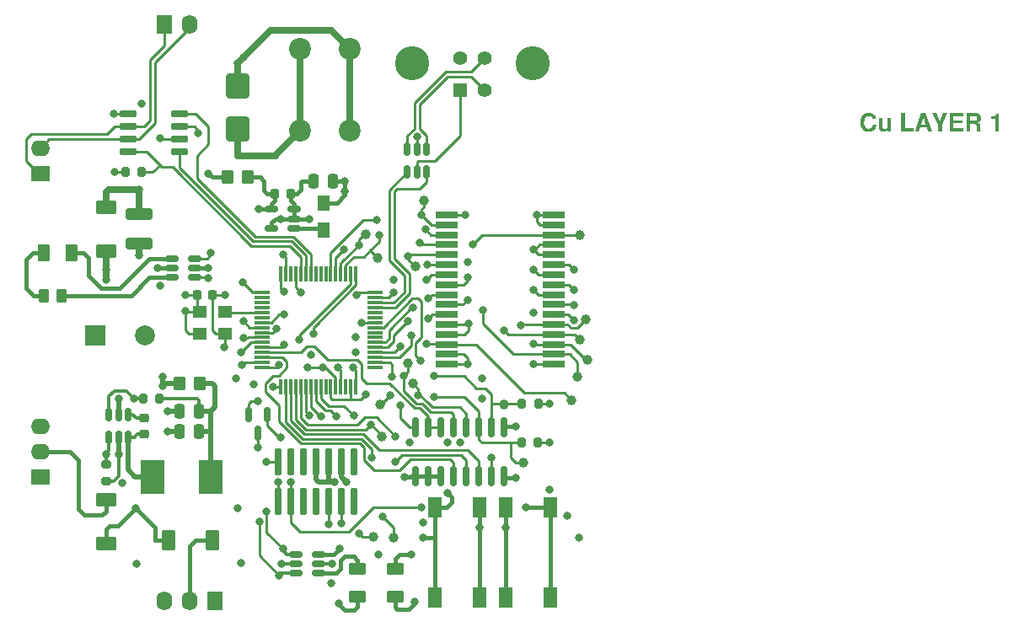
<source format=gbr>
%TF.GenerationSoftware,KiCad,Pcbnew,8.0.5-8.0.5-0~ubuntu22.04.1*%
%TF.CreationDate,2024-09-14T12:25:00-07:00*%
%TF.ProjectId,IMU-2X,494d552d-3258-42e6-9b69-6361645f7063,2*%
%TF.SameCoordinates,Original*%
%TF.FileFunction,Copper,L1,Top*%
%TF.FilePolarity,Positive*%
%FSLAX46Y46*%
G04 Gerber Fmt 4.6, Leading zero omitted, Abs format (unit mm)*
G04 Created by KiCad (PCBNEW 8.0.5-8.0.5-0~ubuntu22.04.1) date 2024-09-14 12:25:00*
%MOMM*%
%LPD*%
G01*
G04 APERTURE LIST*
G04 Aperture macros list*
%AMRoundRect*
0 Rectangle with rounded corners*
0 $1 Rounding radius*
0 $2 $3 $4 $5 $6 $7 $8 $9 X,Y pos of 4 corners*
0 Add a 4 corners polygon primitive as box body*
4,1,4,$2,$3,$4,$5,$6,$7,$8,$9,$2,$3,0*
0 Add four circle primitives for the rounded corners*
1,1,$1+$1,$2,$3*
1,1,$1+$1,$4,$5*
1,1,$1+$1,$6,$7*
1,1,$1+$1,$8,$9*
0 Add four rect primitives between the rounded corners*
20,1,$1+$1,$2,$3,$4,$5,0*
20,1,$1+$1,$4,$5,$6,$7,0*
20,1,$1+$1,$6,$7,$8,$9,0*
20,1,$1+$1,$8,$9,$2,$3,0*%
G04 Aperture macros list end*
%ADD10C,0.300000*%
%TA.AperFunction,NonConductor*%
%ADD11C,0.300000*%
%TD*%
%TA.AperFunction,ComponentPad*%
%ADD12R,1.905000X1.600200*%
%TD*%
%TA.AperFunction,ComponentPad*%
%ADD13O,1.905000X1.600200*%
%TD*%
%TA.AperFunction,SMDPad,CuDef*%
%ADD14RoundRect,0.150000X-0.150000X0.587500X-0.150000X-0.587500X0.150000X-0.587500X0.150000X0.587500X0*%
%TD*%
%TA.AperFunction,SMDPad,CuDef*%
%ADD15RoundRect,0.250000X0.800000X-0.450000X0.800000X0.450000X-0.800000X0.450000X-0.800000X-0.450000X0*%
%TD*%
%TA.AperFunction,SMDPad,CuDef*%
%ADD16C,1.000000*%
%TD*%
%TA.AperFunction,SMDPad,CuDef*%
%ADD17RoundRect,0.150000X0.150000X-0.825000X0.150000X0.825000X-0.150000X0.825000X-0.150000X-0.825000X0*%
%TD*%
%TA.AperFunction,ComponentPad*%
%ADD18C,2.200000*%
%TD*%
%TA.AperFunction,SMDPad,CuDef*%
%ADD19RoundRect,0.250000X0.375000X0.625000X-0.375000X0.625000X-0.375000X-0.625000X0.375000X-0.625000X0*%
%TD*%
%TA.AperFunction,SMDPad,CuDef*%
%ADD20RoundRect,0.150000X-0.512500X-0.150000X0.512500X-0.150000X0.512500X0.150000X-0.512500X0.150000X0*%
%TD*%
%TA.AperFunction,SMDPad,CuDef*%
%ADD21RoundRect,0.200000X-0.200000X-0.275000X0.200000X-0.275000X0.200000X0.275000X-0.200000X0.275000X0*%
%TD*%
%TA.AperFunction,SMDPad,CuDef*%
%ADD22RoundRect,0.150000X0.725000X0.150000X-0.725000X0.150000X-0.725000X-0.150000X0.725000X-0.150000X0*%
%TD*%
%TA.AperFunction,SMDPad,CuDef*%
%ADD23RoundRect,0.225000X-0.250000X0.225000X-0.250000X-0.225000X0.250000X-0.225000X0.250000X0.225000X0*%
%TD*%
%TA.AperFunction,SMDPad,CuDef*%
%ADD24RoundRect,0.150000X-0.150000X0.512500X-0.150000X-0.512500X0.150000X-0.512500X0.150000X0.512500X0*%
%TD*%
%TA.AperFunction,SMDPad,CuDef*%
%ADD25RoundRect,0.250000X0.250000X0.475000X-0.250000X0.475000X-0.250000X-0.475000X0.250000X-0.475000X0*%
%TD*%
%TA.AperFunction,ComponentPad*%
%ADD26R,1.600200X1.905000*%
%TD*%
%TA.AperFunction,ComponentPad*%
%ADD27O,1.600200X1.905000*%
%TD*%
%TA.AperFunction,SMDPad,CuDef*%
%ADD28RoundRect,0.150000X0.512500X0.150000X-0.512500X0.150000X-0.512500X-0.150000X0.512500X-0.150000X0*%
%TD*%
%TA.AperFunction,SMDPad,CuDef*%
%ADD29RoundRect,0.250000X-0.350000X-0.450000X0.350000X-0.450000X0.350000X0.450000X-0.350000X0.450000X0*%
%TD*%
%TA.AperFunction,SMDPad,CuDef*%
%ADD30R,1.400000X1.200000*%
%TD*%
%TA.AperFunction,SMDPad,CuDef*%
%ADD31RoundRect,0.075000X-0.700000X-0.075000X0.700000X-0.075000X0.700000X0.075000X-0.700000X0.075000X0*%
%TD*%
%TA.AperFunction,SMDPad,CuDef*%
%ADD32RoundRect,0.075000X-0.075000X-0.700000X0.075000X-0.700000X0.075000X0.700000X-0.075000X0.700000X0*%
%TD*%
%TA.AperFunction,SMDPad,CuDef*%
%ADD33RoundRect,0.250000X0.900000X-1.000000X0.900000X1.000000X-0.900000X1.000000X-0.900000X-1.000000X0*%
%TD*%
%TA.AperFunction,SMDPad,CuDef*%
%ADD34RoundRect,0.225000X-0.225000X-0.250000X0.225000X-0.250000X0.225000X0.250000X-0.225000X0.250000X0*%
%TD*%
%TA.AperFunction,ComponentPad*%
%ADD35R,1.400000X1.400000*%
%TD*%
%TA.AperFunction,ComponentPad*%
%ADD36C,1.400000*%
%TD*%
%TA.AperFunction,ComponentPad*%
%ADD37C,3.429000*%
%TD*%
%TA.AperFunction,SMDPad,CuDef*%
%ADD38R,1.400000X2.100000*%
%TD*%
%TA.AperFunction,SMDPad,CuDef*%
%ADD39RoundRect,0.250000X0.625000X-0.375000X0.625000X0.375000X-0.625000X0.375000X-0.625000X-0.375000X0*%
%TD*%
%TA.AperFunction,SMDPad,CuDef*%
%ADD40RoundRect,0.250000X1.100000X-0.325000X1.100000X0.325000X-1.100000X0.325000X-1.100000X-0.325000X0*%
%TD*%
%TA.AperFunction,ComponentPad*%
%ADD41R,2.000000X2.000000*%
%TD*%
%TA.AperFunction,ComponentPad*%
%ADD42C,2.000000*%
%TD*%
%TA.AperFunction,SMDPad,CuDef*%
%ADD43RoundRect,0.162500X-0.162500X1.222500X-0.162500X-1.222500X0.162500X-1.222500X0.162500X1.222500X0*%
%TD*%
%TA.AperFunction,SMDPad,CuDef*%
%ADD44R,2.413000X3.429000*%
%TD*%
%TA.AperFunction,SMDPad,CuDef*%
%ADD45RoundRect,0.200000X-0.275000X0.200000X-0.275000X-0.200000X0.275000X-0.200000X0.275000X0.200000X0*%
%TD*%
%TA.AperFunction,SMDPad,CuDef*%
%ADD46R,1.200000X1.500000*%
%TD*%
%TA.AperFunction,SMDPad,CuDef*%
%ADD47RoundRect,0.250000X-0.262500X-0.450000X0.262500X-0.450000X0.262500X0.450000X-0.262500X0.450000X0*%
%TD*%
%TA.AperFunction,SMDPad,CuDef*%
%ADD48R,2.200000X0.700000*%
%TD*%
%TA.AperFunction,SMDPad,CuDef*%
%ADD49RoundRect,0.250000X-0.450000X-0.800000X0.450000X-0.800000X0.450000X0.800000X-0.450000X0.800000X0*%
%TD*%
%TA.AperFunction,ViaPad*%
%ADD50C,0.812800*%
%TD*%
%TA.AperFunction,Conductor*%
%ADD51C,0.254000*%
%TD*%
%TA.AperFunction,Conductor*%
%ADD52C,0.381000*%
%TD*%
%TA.AperFunction,Conductor*%
%ADD53C,0.508000*%
%TD*%
%TA.AperFunction,Conductor*%
%ADD54C,0.304800*%
%TD*%
%TA.AperFunction,Conductor*%
%ADD55C,0.635000*%
%TD*%
G04 APERTURE END LIST*
D10*
D11*
G36*
X214698400Y-82947224D02*
G01*
X214670320Y-82852770D01*
X214630046Y-82774324D01*
X214565624Y-82701322D01*
X214483645Y-82651374D01*
X214384109Y-82624478D01*
X214307997Y-82619355D01*
X214215208Y-82627501D01*
X214131769Y-82651938D01*
X214047861Y-82699816D01*
X213976167Y-82768973D01*
X213960152Y-82789586D01*
X213911420Y-82870231D01*
X213874656Y-82963594D01*
X213852672Y-83053741D01*
X213839481Y-83153232D01*
X213835206Y-83243278D01*
X213835084Y-83262065D01*
X213838042Y-83351980D01*
X213849401Y-83451481D01*
X213869279Y-83541821D01*
X213903236Y-83635641D01*
X213948790Y-83716992D01*
X213956244Y-83727596D01*
X214014033Y-83792911D01*
X214091326Y-83847914D01*
X214180614Y-83881963D01*
X214268583Y-83894567D01*
X214295404Y-83895222D01*
X214388315Y-83887699D01*
X214478578Y-83861694D01*
X214555185Y-83817114D01*
X214575504Y-83800118D01*
X214632662Y-83732875D01*
X214672772Y-83650026D01*
X214694295Y-83562118D01*
X214698400Y-83530006D01*
X215063616Y-83530006D01*
X215053356Y-83624567D01*
X215033701Y-83712830D01*
X215004654Y-83794795D01*
X214957397Y-83884840D01*
X214896613Y-83965817D01*
X214835628Y-84026370D01*
X214752376Y-84088797D01*
X214675979Y-84130953D01*
X214593200Y-84164140D01*
X214504038Y-84188357D01*
X214408494Y-84203605D01*
X214306567Y-84209884D01*
X214285416Y-84210063D01*
X214192877Y-84206060D01*
X214105250Y-84194050D01*
X214002626Y-84167778D01*
X213907677Y-84128995D01*
X213820405Y-84077702D01*
X213740808Y-84013898D01*
X213682657Y-83953848D01*
X213618478Y-83869285D01*
X213565177Y-83775732D01*
X213530368Y-83694416D01*
X213502521Y-83607346D01*
X213481636Y-83514522D01*
X213467712Y-83415944D01*
X213460750Y-83311612D01*
X213459880Y-83257289D01*
X213463395Y-83149449D01*
X213473939Y-83047403D01*
X213491514Y-82951153D01*
X213516117Y-82860697D01*
X213547751Y-82776036D01*
X213586414Y-82697170D01*
X213644628Y-82606736D01*
X213684829Y-82556821D01*
X213759163Y-82482634D01*
X213841299Y-82421020D01*
X213931240Y-82371981D01*
X214028983Y-82335516D01*
X214134529Y-82311625D01*
X214224585Y-82301566D01*
X214295404Y-82299303D01*
X214393393Y-82303522D01*
X214485699Y-82316181D01*
X214572323Y-82337280D01*
X214668770Y-82373737D01*
X214757035Y-82422348D01*
X214824337Y-82472140D01*
X214895456Y-82541371D01*
X214953782Y-82619762D01*
X214999313Y-82707314D01*
X215032051Y-82804026D01*
X215049559Y-82891616D01*
X215055800Y-82947224D01*
X214698400Y-82947224D01*
G37*
G36*
X216524914Y-84152741D02*
G01*
X216174897Y-84152741D01*
X216174897Y-83992497D01*
X216116460Y-84066436D01*
X216049931Y-84125077D01*
X215962087Y-84174156D01*
X215878027Y-84199652D01*
X215785875Y-84209851D01*
X215769729Y-84210063D01*
X215680276Y-84204203D01*
X215589291Y-84183155D01*
X215510303Y-84146799D01*
X215435780Y-84087601D01*
X215378262Y-84010781D01*
X215342937Y-83929173D01*
X215322486Y-83835026D01*
X215316792Y-83742361D01*
X215316792Y-82802180D01*
X215667243Y-82802180D01*
X215667243Y-83669839D01*
X215678007Y-83764428D01*
X215716670Y-83844081D01*
X215793777Y-83897421D01*
X215892192Y-83912593D01*
X215980863Y-83902394D01*
X216060935Y-83868329D01*
X216097164Y-83840071D01*
X216150302Y-83767470D01*
X216173683Y-83676584D01*
X216174897Y-83647257D01*
X216174897Y-82802180D01*
X216524914Y-82802180D01*
X216524914Y-84152741D01*
G37*
G36*
X217946259Y-82329267D02*
G01*
X217946259Y-83840071D01*
X218819130Y-83840071D01*
X218819130Y-84152741D01*
X217571055Y-84152741D01*
X217571055Y-82329267D01*
X217946259Y-82329267D01*
G37*
G36*
X220630009Y-84152741D02*
G01*
X220244818Y-84152741D01*
X220124961Y-83784919D01*
X219441864Y-83784919D01*
X219319401Y-84152741D01*
X218936815Y-84152741D01*
X219178447Y-83472249D01*
X219546956Y-83472249D01*
X220022040Y-83472249D01*
X219784498Y-82759622D01*
X219546956Y-83472249D01*
X219178447Y-83472249D01*
X219584302Y-82329267D01*
X219999893Y-82329267D01*
X220630009Y-84152741D01*
G37*
G36*
X221650964Y-83477460D02*
G01*
X221650964Y-84152741D01*
X221275760Y-84152741D01*
X221275760Y-83477460D01*
X220670396Y-82329267D01*
X221088158Y-82329267D01*
X221460756Y-83134826D01*
X221808167Y-82329267D01*
X222228534Y-82329267D01*
X221650964Y-83477460D01*
G37*
G36*
X222820436Y-83367157D02*
G01*
X222820436Y-83840071D01*
X223808386Y-83840071D01*
X223808386Y-84152741D01*
X222445232Y-84152741D01*
X222445232Y-82329267D01*
X223763223Y-82329267D01*
X223763223Y-82641937D01*
X222820436Y-82641937D01*
X222820436Y-83054487D01*
X223693306Y-83054487D01*
X223693306Y-83367157D01*
X222820436Y-83367157D01*
G37*
G36*
X225170423Y-82334911D02*
G01*
X225260051Y-82353944D01*
X225320058Y-82377036D01*
X225399035Y-82424272D01*
X225462438Y-82487796D01*
X225472485Y-82502104D01*
X225516563Y-82579837D01*
X225546310Y-82658439D01*
X225563930Y-82743792D01*
X225568891Y-82822156D01*
X225561375Y-82920162D01*
X225538824Y-83007906D01*
X225491918Y-83099651D01*
X225423364Y-83176617D01*
X225349698Y-83229467D01*
X225260998Y-83272054D01*
X225342830Y-83307392D01*
X225361313Y-83316348D01*
X225427321Y-83370197D01*
X225472485Y-83437508D01*
X225491538Y-83523626D01*
X225495067Y-83547377D01*
X225504883Y-83636582D01*
X225508529Y-83705015D01*
X225510972Y-83794302D01*
X225512926Y-83889365D01*
X225513740Y-83935174D01*
X225531393Y-84020435D01*
X225594079Y-84084995D01*
X225594079Y-84152741D01*
X225191082Y-84152741D01*
X225155583Y-84069489D01*
X225145050Y-84027673D01*
X225135920Y-83938818D01*
X225133770Y-83847984D01*
X225133759Y-83840071D01*
X225134785Y-83752164D01*
X225135930Y-83722385D01*
X225138536Y-83647257D01*
X225127980Y-83559078D01*
X225083385Y-83481369D01*
X225006128Y-83441046D01*
X224913793Y-83429742D01*
X224906205Y-83429691D01*
X224475850Y-83429691D01*
X224475850Y-84152741D01*
X224100646Y-84152741D01*
X224100646Y-83117021D01*
X224475850Y-83117021D01*
X224928352Y-83117021D01*
X225018611Y-83110365D01*
X225104985Y-83083323D01*
X225127245Y-83069687D01*
X225177077Y-82997056D01*
X225192649Y-82909952D01*
X225193688Y-82874702D01*
X225184527Y-82782754D01*
X225143815Y-82701383D01*
X225128548Y-82688403D01*
X225045929Y-82653553D01*
X224953061Y-82642345D01*
X224928352Y-82641937D01*
X224475850Y-82641937D01*
X224475850Y-83117021D01*
X224100646Y-83117021D01*
X224100646Y-82329267D01*
X225078608Y-82329267D01*
X225170423Y-82334911D01*
G37*
G36*
X226983289Y-82929419D02*
G01*
X226558144Y-82929419D01*
X226558144Y-82697088D01*
X226667321Y-82692121D01*
X226764691Y-82677221D01*
X226850255Y-82652386D01*
X226940606Y-82607374D01*
X227012510Y-82546840D01*
X227065966Y-82470784D01*
X227100974Y-82379207D01*
X227333305Y-82379207D01*
X227333305Y-84152741D01*
X226983289Y-84152741D01*
X226983289Y-82929419D01*
G37*
D12*
%TO.P,J5,1,Pin_1*%
%TO.N,GND2*%
X131064000Y-118872000D03*
D13*
%TO.P,J5,2,Pin_2*%
%TO.N,/PWM-Heading/5V_RATE*%
X131064000Y-116332000D03*
%TO.P,J5,3,Pin_3*%
%TO.N,Net-(J5-Pin_3)*%
X131064000Y-113792000D03*
%TD*%
D14*
%TO.P,U8,1,~{RST}*%
%TO.N,/~{T_NRST}*%
X153900000Y-112602500D03*
%TO.P,U8,2,VDD*%
%TO.N,+3V3*%
X152000000Y-112602500D03*
%TO.P,U8,3,VSS*%
%TO.N,GND*%
X152950000Y-114477500D03*
%TD*%
D15*
%TO.P,D4,1,K*%
%TO.N,/PWM-Heading/5V_ISO*%
X137693400Y-125567800D03*
%TO.P,D4,2,A*%
%TO.N,/PWM-Heading/5V_RATE*%
X137693400Y-121167800D03*
%TD*%
D16*
%TO.P,TP1,1,1*%
%TO.N,/MOSI_DUE*%
X169646600Y-91135200D03*
%TD*%
D15*
%TO.P,D2,1,K*%
%TO.N,/Power Supply/V_{BAT_MON}*%
X137668000Y-96180000D03*
%TO.P,D2,2,A*%
%TO.N,/V_{BAT}*%
X137668000Y-91780000D03*
%TD*%
D17*
%TO.P,U10,1,VCCA*%
%TO.N,+3V3*%
X168795000Y-118855000D03*
%TO.P,U10,2,1DIR*%
X170065000Y-118855000D03*
%TO.P,U10,3,2DIR*%
X171335000Y-118855000D03*
%TO.P,U10,4,1A1*%
%TO.N,/FSYNC_TDK_ST*%
X172605000Y-118855000D03*
%TO.P,U10,5,1A2*%
%TO.N,/MOSI_TDK_ST*%
X173875000Y-118855000D03*
%TO.P,U10,6,2A1*%
%TO.N,/SCK_TDK_ST*%
X175145000Y-118855000D03*
%TO.P,U10,7,2A2*%
%TO.N,/~{CS_TDK_ST}*%
X176415000Y-118855000D03*
%TO.P,U10,8,GND*%
%TO.N,GND*%
X177685000Y-118855000D03*
%TO.P,U10,9,GND*%
X177685000Y-113905000D03*
%TO.P,U10,10,2B2*%
%TO.N,/~{CS_TDK}*%
X176415000Y-113905000D03*
%TO.P,U10,11,2B1*%
%TO.N,/SCK_TDK*%
X175145000Y-113905000D03*
%TO.P,U10,12,1B2*%
%TO.N,/MOSI_TDK*%
X173875000Y-113905000D03*
%TO.P,U10,13,1B1*%
%TO.N,/FSYNC_TDK*%
X172605000Y-113905000D03*
%TO.P,U10,14,2~{OE}*%
%TO.N,/~{TDK_EN}*%
X171335000Y-113905000D03*
%TO.P,U10,15,1~{OE}*%
X170065000Y-113905000D03*
%TO.P,U10,16,VCCB*%
%TO.N,Net-(U10-VCCB)*%
X168795000Y-113905000D03*
%TD*%
D16*
%TO.P,TP12,1,1*%
%TO.N,/~{RESET_UNO}*%
X184454800Y-111201200D03*
%TD*%
D18*
%TO.P,J2,1,Pin_1*%
%TO.N,/V_{BAT}*%
X162178500Y-75910500D03*
%TO.P,J2,2,Pin_2*%
%TO.N,GND*%
X157178500Y-75910500D03*
%TO.P,J2,3,Pin_3*%
%TO.N,/V_{BAT}*%
X162178500Y-84110500D03*
%TO.P,J2,4,Pin_4*%
%TO.N,GND*%
X157178500Y-84110500D03*
%TD*%
D19*
%TO.P,D3,1,KA*%
%TO.N,Net-(D3-KA)*%
X134242000Y-96393000D03*
%TO.P,D3,2,AK*%
%TO.N,Net-(D3-AK)*%
X131442000Y-96393000D03*
%TD*%
D20*
%TO.P,U11,1*%
%TO.N,/LED2_RED*%
X156723500Y-126685000D03*
%TO.P,U11,2,GND*%
%TO.N,GND*%
X156723500Y-127635000D03*
%TO.P,U11,3*%
%TO.N,/LED2_GRN*%
X156723500Y-128585000D03*
%TO.P,U11,4*%
%TO.N,Net-(D6-AK)*%
X158998500Y-128585000D03*
%TO.P,U11,5,VCC*%
%TO.N,+3V3*%
X158998500Y-127635000D03*
%TO.P,U11,6*%
%TO.N,Net-(R26-Pad2)*%
X158998500Y-126685000D03*
%TD*%
D21*
%TO.P,R6,1*%
%TO.N,/~{CS_TDK}*%
X179445000Y-111570000D03*
%TO.P,R6,2*%
%TO.N,GND*%
X181095000Y-111570000D03*
%TD*%
D16*
%TO.P,TP18,1,1*%
%TO.N,/MISO_TDK*%
X165354000Y-114808000D03*
%TD*%
%TO.P,TP6,1,1*%
%TO.N,/MISO_UNO*%
X185877200Y-103073200D03*
%TD*%
D22*
%TO.P,U1,1,TXD*%
%TO.N,/FDCAN_TX*%
X145069000Y-86233000D03*
%TO.P,U1,2,VSS*%
%TO.N,GND*%
X145069000Y-84963000D03*
%TO.P,U1,3,VDD*%
%TO.N,+5V*%
X145069000Y-83693000D03*
%TO.P,U1,4,RXD*%
%TO.N,/FDCAN_RX*%
X145069000Y-82423000D03*
%TO.P,U1,5,VIO*%
%TO.N,+3V3*%
X139919000Y-82423000D03*
%TO.P,U1,6,CANL*%
%TO.N,/CAN_L*%
X139919000Y-83693000D03*
%TO.P,U1,7,CANH*%
%TO.N,/CAN_H*%
X139919000Y-84963000D03*
%TO.P,U1,8,STBY*%
%TO.N,/FDCAN_STBY*%
X139919000Y-86233000D03*
%TD*%
D16*
%TO.P,TP11,1,1*%
%TO.N,/MOSI_TDK*%
X168478200Y-109524800D03*
%TD*%
D23*
%TO.P,C7,1*%
%TO.N,Net-(U9-CB)*%
X141478000Y-113017000D03*
%TO.P,C7,2*%
%TO.N,Net-(U9-SW)*%
X141478000Y-114567000D03*
%TD*%
D16*
%TO.P,TP9,1,1*%
%TO.N,/FSYNC_TDK*%
X168021000Y-107442000D03*
%TD*%
D21*
%TO.P,R7,1*%
%TO.N,/SCK_TDK*%
X179435000Y-115470000D03*
%TO.P,R7,2*%
%TO.N,GND*%
X181085000Y-115470000D03*
%TD*%
D24*
%TO.P,U2,1,I/O1*%
%TO.N,/USB_D-*%
X169860000Y-85984500D03*
%TO.P,U2,2,GND*%
%TO.N,GND*%
X168910000Y-85984500D03*
%TO.P,U2,3,I/O2*%
%TO.N,/USB_D+*%
X167960000Y-85984500D03*
%TO.P,U2,4,I/O2*%
%TO.N,/ST_USB_D+*%
X167960000Y-88259500D03*
%TO.P,U2,5,VBUS*%
%TO.N,Net-(J3-VBUS)*%
X168910000Y-88259500D03*
%TO.P,U2,6,I/O1*%
%TO.N,/ST_USB_D-*%
X169860000Y-88259500D03*
%TD*%
D25*
%TO.P,C6,1*%
%TO.N,Net-(C6-Pad1)*%
X147000000Y-112268000D03*
%TO.P,C6,2*%
%TO.N,GND*%
X145100000Y-112268000D03*
%TD*%
D26*
%TO.P,J7,1,Pin_1*%
%TO.N,GND2*%
X148590000Y-131318000D03*
D27*
%TO.P,J7,2,Pin_2*%
%TO.N,/PWM-Heading/5V_HDG*%
X146050000Y-131318000D03*
%TO.P,J7,3,Pin_3*%
%TO.N,Net-(J7-Pin_3)*%
X143510000Y-131318000D03*
%TD*%
D25*
%TO.P,C1,1*%
%TO.N,+3V3*%
X160462000Y-89154000D03*
%TO.P,C1,2*%
%TO.N,GND*%
X158562000Y-89154000D03*
%TD*%
D28*
%TO.P,U4,1*%
%TO.N,/LED1_GRN*%
X146552500Y-98867000D03*
%TO.P,U4,2,GND*%
%TO.N,GND*%
X146552500Y-97917000D03*
%TO.P,U4,3*%
%TO.N,/LED1_RED*%
X146552500Y-96967000D03*
%TO.P,U4,4*%
%TO.N,Net-(D3-KA)*%
X144277500Y-96967000D03*
%TO.P,U4,5,VCC*%
%TO.N,+3V3*%
X144277500Y-97917000D03*
%TO.P,U4,6*%
%TO.N,Net-(R3-Pad2)*%
X144277500Y-98867000D03*
%TD*%
D16*
%TO.P,TP7,1,1*%
%TO.N,/SCK_UNO*%
X185293000Y-105079800D03*
%TD*%
%TO.P,TP2,1,1*%
%TO.N,/SCK_DUE*%
X163753800Y-94488000D03*
%TD*%
D29*
%TO.P,R2,1*%
%TO.N,+5V*%
X149876000Y-88773000D03*
%TO.P,R2,2*%
%TO.N,Net-(U3-VOUT)*%
X151876000Y-88773000D03*
%TD*%
D30*
%TO.P,U6,1,EN*%
%TO.N,+3V3*%
X147066000Y-104478000D03*
%TO.P,U6,2,GND*%
%TO.N,GND*%
X149606000Y-104478000D03*
%TO.P,U6,3,OUT*%
%TO.N,Net-(U6-OUT)*%
X149606000Y-102278000D03*
%TO.P,U6,4,V_{DD}*%
%TO.N,+3V3*%
X147066000Y-102278000D03*
%TD*%
D26*
%TO.P,J1,1,Pin_1*%
%TO.N,/CAN_L*%
X143510000Y-73406000D03*
D27*
%TO.P,J1,2,Pin_2*%
%TO.N,/CAN_H*%
X146050000Y-73406000D03*
%TD*%
D16*
%TO.P,TP4,1,1*%
%TO.N,/~{CS_DUE}*%
X164922200Y-96875600D03*
%TD*%
%TO.P,TP10,1,1*%
%TO.N,/MOSI_UNO*%
X185064400Y-108864400D03*
%TD*%
%TO.P,TP5,1,1*%
%TO.N,/MISO_DUE*%
X168732200Y-97739200D03*
%TD*%
%TO.P,TP17,1,1*%
%TO.N,/PWM_HEADING*%
X166598600Y-124968000D03*
%TD*%
D31*
%TO.P,U7,1,VBAT*%
%TO.N,GND*%
X153329000Y-100390000D03*
%TO.P,U7,2,PC13/GPIO_OUT*%
%TO.N,unconnected-(U7-PC13{slash}GPIO_OUT-Pad2)*%
X153329000Y-100890000D03*
%TO.P,U7,3,PC14/GPIO_OUT*%
%TO.N,unconnected-(U7-PC14{slash}GPIO_OUT-Pad3)*%
X153329000Y-101390000D03*
%TO.P,U7,4,PC15/GPIO_OUT*%
%TO.N,unconnected-(U7-PC15{slash}GPIO_OUT-Pad4)*%
X153329000Y-101890000D03*
%TO.P,U7,5,PF0/RCC_OSC_IN*%
%TO.N,Net-(U6-OUT)*%
X153329000Y-102390000D03*
%TO.P,U7,6,PF1/RCC_OSC_OUT*%
%TO.N,unconnected-(U7-PF1{slash}RCC_OSC_OUT-Pad6)*%
X153329000Y-102890000D03*
%TO.P,U7,7,PG10/~{NRST}*%
%TO.N,/~{T_NRST}*%
X153329000Y-103390000D03*
%TO.P,U7,8,PC0/GPIO_OUT*%
%TO.N,/LED1_GRN*%
X153329000Y-103890000D03*
%TO.P,U7,9,PC1/GPIO_OUT*%
%TO.N,/LED1_RED*%
X153329000Y-104390000D03*
%TO.P,U7,10,PC2/GPIO_OUT*%
%TO.N,/LED2_GRN*%
X153329000Y-104890000D03*
%TO.P,U7,11,PC3/GPIO_OUT*%
%TO.N,/LED2_RED*%
X153329000Y-105390000D03*
%TO.P,U7,12,PA0/GPIO_IN*%
%TO.N,/INT_TDK*%
X153329000Y-105890000D03*
%TO.P,U7,13,PA1/GPIO_OUT*%
%TO.N,/~{TDK_EN}*%
X153329000Y-106390000D03*
%TO.P,U7,14,PA2/GPIO_OUT*%
%TO.N,/FSYNC_TDK_ST*%
X153329000Y-106890000D03*
%TO.P,U7,15,VSS*%
%TO.N,GND*%
X153329000Y-107390000D03*
%TO.P,U7,16,VDD*%
%TO.N,+3V3*%
X153329000Y-107890000D03*
D32*
%TO.P,U7,17,PA3/GPIO_OUT*%
%TO.N,/~{RESET_UNO}*%
X155254000Y-109815000D03*
%TO.P,U7,18,PA4/~{SPI1_NSS}*%
%TO.N,/~{CS_TDK_ST}*%
X155754000Y-109815000D03*
%TO.P,U7,19,PA5/SPI1_SCK*%
%TO.N,/SCK_TDK_ST*%
X156254000Y-109815000D03*
%TO.P,U7,20,PA6/SPI1_MISO*%
%TO.N,/MISO_TDK*%
X156754000Y-109815000D03*
%TO.P,U7,21,PA7/SPI1_MOSI*%
%TO.N,/MOSI_TDK_ST*%
X157254000Y-109815000D03*
%TO.P,U7,22,PC4/USART1_TX*%
%TO.N,/T_VCP_TX*%
X157754000Y-109815000D03*
%TO.P,U7,23,PC5/USART1_RX*%
%TO.N,/T_VCP_RX*%
X158254000Y-109815000D03*
%TO.P,U7,24,PB0/TMR3_CH3*%
%TO.N,/PWM_RATE*%
X158754000Y-109815000D03*
%TO.P,U7,25,PB1/TMR3_CH4*%
%TO.N,/PWM_HEADING*%
X159254000Y-109815000D03*
%TO.P,U7,26,PB2/GPIO_OUT*%
%TO.N,unconnected-(U7-PB2{slash}GPIO_OUT-Pad26)*%
X159754000Y-109815000D03*
%TO.P,U7,27,VSSA*%
%TO.N,GND*%
X160254000Y-109815000D03*
%TO.P,U7,28,VREF+/VREFBUF_OUT*%
%TO.N,Net-(U7-VREF+{slash}VREFBUF_OUT)*%
X160754000Y-109815000D03*
%TO.P,U7,29,VDDA*%
%TO.N,+3V3*%
X161254000Y-109815000D03*
%TO.P,U7,30,PB10/GPIO_OUT*%
%TO.N,unconnected-(U7-PB10{slash}GPIO_OUT-Pad30)*%
X161754000Y-109815000D03*
%TO.P,U7,31,VSS*%
%TO.N,GND*%
X162254000Y-109815000D03*
%TO.P,U7,32,VDD*%
%TO.N,+3V3*%
X162754000Y-109815000D03*
D31*
%TO.P,U7,33,PB11/GPIO_OUT*%
%TO.N,unconnected-(U7-PB11{slash}GPIO_OUT-Pad33)*%
X164679000Y-107890000D03*
%TO.P,U7,34,PB12/~{SPI2_NSS}*%
%TO.N,/~{CS_UNO}*%
X164679000Y-107390000D03*
%TO.P,U7,35,PB13/SPI2_SCK*%
%TO.N,/SCK_UNO*%
X164679000Y-106890000D03*
%TO.P,U7,36,PB14/SPI2_MISO*%
%TO.N,/MISO_UNO*%
X164679000Y-106390000D03*
%TO.P,U7,37,PB15/SPI2_MOSI*%
%TO.N,/MOSI_UNO*%
X164679000Y-105890000D03*
%TO.P,U7,38,PC6/GPIO_OUT*%
%TO.N,/~{RESET_DUE}*%
X164679000Y-105390000D03*
%TO.P,U7,39,PC7/GPIO_OUT*%
%TO.N,unconnected-(U7-PC7{slash}GPIO_OUT-Pad39)*%
X164679000Y-104890000D03*
%TO.P,U7,40,PC8/GPIO_OUT*%
%TO.N,unconnected-(U7-PC8{slash}GPIO_OUT-Pad40)*%
X164679000Y-104390000D03*
%TO.P,U7,41,PC9/GPIO_OUT*%
%TO.N,/TDK_PWR_EN*%
X164679000Y-103890000D03*
%TO.P,U7,42,PA8/ADC5_IN1*%
%TO.N,Net-(U7-PA8{slash}ADC5_IN1)*%
X164679000Y-103390000D03*
%TO.P,U7,43,PA9/GPIO_OUT*%
%TO.N,unconnected-(U7-PA9{slash}GPIO_OUT-Pad43)*%
X164679000Y-102890000D03*
%TO.P,U7,44,PA10/GPIO_OUT*%
%TO.N,unconnected-(U7-PA10{slash}GPIO_OUT-Pad44)*%
X164679000Y-102390000D03*
%TO.P,U7,45,PA11/USB_DM*%
%TO.N,/ST_USB_D-*%
X164679000Y-101890000D03*
%TO.P,U7,46,PA12/USB_DP*%
%TO.N,/ST_USB_D+*%
X164679000Y-101390000D03*
%TO.P,U7,47,VSS*%
%TO.N,GND*%
X164679000Y-100890000D03*
%TO.P,U7,48,VDD*%
%TO.N,+3V3*%
X164679000Y-100390000D03*
D32*
%TO.P,U7,49,PA13/SYS_ITMS_SWDIO*%
%TO.N,/T_SWDIO*%
X162754000Y-98465000D03*
%TO.P,U7,50,PA14/SYS_ITMS_SWCLK*%
%TO.N,/T_SWCLK*%
X162254000Y-98465000D03*
%TO.P,U7,51,PA15/~{SPI3_NSS}*%
%TO.N,/~{CS_DUE}*%
X161754000Y-98465000D03*
%TO.P,U7,52,PC10/SPI3_SCK*%
%TO.N,/SCK_DUE*%
X161254000Y-98465000D03*
%TO.P,U7,53,PC11/SPI3_MISO*%
%TO.N,/MISO_DUE*%
X160754000Y-98465000D03*
%TO.P,U7,54,PC12/SPI3_MOSI*%
%TO.N,/MOSI_DUE*%
X160254000Y-98465000D03*
%TO.P,U7,55,PD2/GPIO_OUT*%
%TO.N,unconnected-(U7-PD2{slash}GPIO_OUT-Pad55)*%
X159754000Y-98465000D03*
%TO.P,U7,56,PB3/GPIO_OUT*%
%TO.N,unconnected-(U7-PB3{slash}GPIO_OUT-Pad56)*%
X159254000Y-98465000D03*
%TO.P,U7,57,PB4/GPIO_OUT*%
%TO.N,unconnected-(U7-PB4{slash}GPIO_OUT-Pad57)*%
X158754000Y-98465000D03*
%TO.P,U7,58,PB5/FDCAN2_RX*%
%TO.N,/FDCAN_RX*%
X158254000Y-98465000D03*
%TO.P,U7,59,PB6/FDCAN2_TX*%
%TO.N,/FDCAN_TX*%
X157754000Y-98465000D03*
%TO.P,U7,60,PB7/GPIO_OUT*%
%TO.N,/FDCAN_STBY*%
X157254000Y-98465000D03*
%TO.P,U7,61,PB8/BOOT0*%
%TO.N,Net-(U7-PB8{slash}BOOT0)*%
X156754000Y-98465000D03*
%TO.P,U7,62,PB9/GPIO_OUT*%
%TO.N,unconnected-(U7-PB9{slash}GPIO_OUT-Pad62)*%
X156254000Y-98465000D03*
%TO.P,U7,63,VSS*%
%TO.N,GND*%
X155754000Y-98465000D03*
%TO.P,U7,64,VDD*%
%TO.N,+3V3*%
X155254000Y-98465000D03*
%TD*%
D16*
%TO.P,TP15,1,1*%
%TO.N,/SCK_TDK*%
X179578000Y-117475000D03*
%TD*%
D25*
%TO.P,C8,1*%
%TO.N,Net-(C6-Pad1)*%
X147000000Y-114300000D03*
%TO.P,C8,2*%
%TO.N,GND*%
X145100000Y-114300000D03*
%TD*%
D33*
%TO.P,D1,1,A1*%
%TO.N,GND*%
X150876000Y-83938000D03*
%TO.P,D1,2,A2*%
%TO.N,/V_{BAT}*%
X150876000Y-79638000D03*
%TD*%
D34*
%TO.P,C4,1*%
%TO.N,+3V3*%
X146799000Y-100584000D03*
%TO.P,C4,2*%
%TO.N,GND*%
X148349000Y-100584000D03*
%TD*%
D35*
%TO.P,J3,1,VBUS*%
%TO.N,Net-(J3-VBUS)*%
X173228000Y-80010000D03*
D36*
%TO.P,J3,2,D-*%
%TO.N,/USB_D-*%
X175728000Y-80010000D03*
%TO.P,J3,3,D+*%
%TO.N,/USB_D+*%
X175728000Y-76810000D03*
%TO.P,J3,4,GND*%
%TO.N,GND*%
X173228000Y-76810000D03*
D37*
%TO.P,J3,5,Shield*%
X180498000Y-77300000D03*
X168458000Y-77300000D03*
%TD*%
D38*
%TO.P,SW1,1,1*%
%TO.N,GND*%
X170724000Y-131042000D03*
%TO.P,SW1,2,2*%
X170724000Y-121942000D03*
%TO.P,SW1,3,3*%
%TO.N,Net-(C43-Pad1)*%
X175224000Y-131042000D03*
%TO.P,SW1,4,4*%
X175224000Y-121942000D03*
%TD*%
D34*
%TO.P,C2,1*%
%TO.N,Net-(U3-VOUT)*%
X154647600Y-90449400D03*
%TO.P,C2,2*%
%TO.N,GND*%
X156197600Y-90449400D03*
%TD*%
D39*
%TO.P,D6,1,KA*%
%TO.N,Net-(D6-KA)*%
X162915600Y-130940000D03*
%TO.P,D6,2,AK*%
%TO.N,Net-(D6-AK)*%
X162915600Y-128140000D03*
%TD*%
D12*
%TO.P,J4,1,Pin_1*%
%TO.N,/CAN_L*%
X131064000Y-88392000D03*
D13*
%TO.P,J4,2,Pin_2*%
%TO.N,/CAN_H*%
X131064000Y-85852000D03*
%TD*%
D40*
%TO.P,C3,1*%
%TO.N,GND*%
X140970000Y-95455000D03*
%TO.P,C3,2*%
%TO.N,/V_{BAT}*%
X140970000Y-92505000D03*
%TD*%
D16*
%TO.P,TP8,1,1*%
%TO.N,/~{CS_UNO}*%
X186029600Y-107111800D03*
%TD*%
D41*
%TO.P,C5,1*%
%TO.N,/Power Supply/V_{BAT_MON}*%
X136570323Y-104648000D03*
D42*
%TO.P,C5,2*%
%TO.N,GND*%
X141570323Y-104648000D03*
%TD*%
D24*
%TO.P,U9,1,CB*%
%TO.N,Net-(U9-CB)*%
X139888000Y-112654500D03*
%TO.P,U9,2,GND*%
%TO.N,GND*%
X138938000Y-112654500D03*
%TO.P,U9,3,FB*%
%TO.N,Net-(U9-FB)*%
X137988000Y-112654500D03*
%TO.P,U9,4,EN*%
%TO.N,Net-(U9-EN)*%
X137988000Y-114929500D03*
%TO.P,U9,5,VIN*%
%TO.N,/Power Supply/V_{BAT_MON}*%
X138938000Y-114929500D03*
%TO.P,U9,6,SW*%
%TO.N,Net-(U9-SW)*%
X139888000Y-114929500D03*
%TD*%
D43*
%TO.P,J6,1,Pin_1*%
%TO.N,unconnected-(J6-Pin_1-Pad1)*%
X162560000Y-117365000D03*
%TO.P,J6,2,Pin_2*%
%TO.N,unconnected-(J6-Pin_2-Pad2)*%
X162560000Y-121395000D03*
%TO.P,J6,3,Pin_3*%
%TO.N,+3V3*%
X161290000Y-117365000D03*
%TO.P,J6,4,Pin_4*%
%TO.N,/T_SWDIO*%
X161290000Y-121395000D03*
%TO.P,J6,5,Pin_5*%
%TO.N,GND*%
X160020000Y-117365000D03*
%TO.P,J6,6,Pin_6*%
%TO.N,/T_SWCLK*%
X160020000Y-121395000D03*
%TO.P,J6,7,Pin_7*%
%TO.N,GND*%
X158750000Y-117365000D03*
%TO.P,J6,8,Pin_8*%
%TO.N,unconnected-(J6-Pin_8-Pad8)*%
X158750000Y-121395000D03*
%TO.P,J6,9,Pin_9*%
%TO.N,unconnected-(J6-Pin_9-Pad9)*%
X157480000Y-117365000D03*
%TO.P,J6,10,Pin_10*%
%TO.N,unconnected-(J6-Pin_10-Pad10)*%
X157480000Y-121395000D03*
%TO.P,J6,11,Pin_11*%
%TO.N,unconnected-(J6-Pin_11-Pad11)*%
X156210000Y-117365000D03*
%TO.P,J6,12,Pin_12*%
%TO.N,/~{T_NRST}*%
X156210000Y-121395000D03*
%TO.P,J6,13,Pin_13*%
%TO.N,/T_VCP_RX*%
X154940000Y-117365000D03*
%TO.P,J6,14,Pin_14*%
%TO.N,/T_VCP_TX*%
X154940000Y-121395000D03*
%TD*%
D39*
%TO.P,D7,1,KA*%
%TO.N,Net-(D7-KA)*%
X166725600Y-130940000D03*
%TO.P,D7,2,AK*%
%TO.N,GND*%
X166725600Y-128140000D03*
%TD*%
D44*
%TO.P,L2,1,1*%
%TO.N,Net-(U9-SW)*%
X142367000Y-118872000D03*
%TO.P,L2,2,2*%
%TO.N,Net-(C6-Pad1)*%
X148209000Y-118872000D03*
%TD*%
D16*
%TO.P,TP13,1,1*%
%TO.N,/~{CS_TDK}*%
X177647600Y-111582200D03*
%TD*%
D28*
%TO.P,U3,1,SW*%
%TO.N,Net-(U3-SW)*%
X156585500Y-93914000D03*
%TO.P,U3,2,GND*%
%TO.N,GND*%
X156585500Y-92964000D03*
%TO.P,U3,3,NC*%
X156585500Y-92014000D03*
%TO.P,U3,4,VOUT*%
%TO.N,Net-(U3-VOUT)*%
X154310500Y-92014000D03*
%TO.P,U3,5,NC*%
%TO.N,GND*%
X154310500Y-93914000D03*
%TD*%
D45*
%TO.P,R8,1*%
%TO.N,Net-(U9-EN)*%
X137668000Y-117666000D03*
%TO.P,R8,2*%
%TO.N,/Power Supply/V_{BAT_MON}*%
X137668000Y-119316000D03*
%TD*%
D16*
%TO.P,TP3,1,1*%
%TO.N,/~{RESET_DUE}*%
X185267600Y-94589600D03*
%TD*%
D21*
%TO.P,R1,1*%
%TO.N,+3V3*%
X139637000Y-88265000D03*
%TO.P,R1,2*%
%TO.N,/FDCAN_STBY*%
X141287000Y-88265000D03*
%TD*%
D16*
%TO.P,TP16,1,1*%
%TO.N,/PWM_RATE*%
X164541200Y-124942600D03*
%TD*%
D46*
%TO.P,L1,1,1*%
%TO.N,+3V3*%
X159512000Y-91360000D03*
%TO.P,L1,2,2*%
%TO.N,Net-(U3-SW)*%
X159512000Y-94060000D03*
%TD*%
D47*
%TO.P,R3,1*%
%TO.N,Net-(D3-AK)*%
X131421500Y-100711000D03*
%TO.P,R3,2*%
%TO.N,Net-(R3-Pad2)*%
X133246500Y-100711000D03*
%TD*%
D29*
%TO.P,R4,1*%
%TO.N,+3V3*%
X145050000Y-109474000D03*
%TO.P,R4,2*%
%TO.N,Net-(C6-Pad1)*%
X147050000Y-109474000D03*
%TD*%
D38*
%TO.P,SW2,1,1*%
%TO.N,+3V3*%
X177836000Y-131042000D03*
%TO.P,SW2,2,2*%
X177836000Y-121942000D03*
%TO.P,SW2,3,3*%
%TO.N,Net-(C40-Pad2)*%
X182336000Y-131042000D03*
%TO.P,SW2,4,4*%
X182336000Y-121942000D03*
%TD*%
D16*
%TO.P,TP14,1,1*%
%TO.N,/INT_TDK*%
X165227000Y-111658400D03*
%TD*%
D48*
%TO.P,U5,1,HEAT/EMC_GND*%
%TO.N,GND*%
X171892000Y-92576000D03*
%TO.P,U5,2,MOSI-DUE*%
%TO.N,/MOSI_DUE*%
X171892000Y-93576000D03*
%TO.P,U5,3,~{CSB-DUE}*%
%TO.N,/~{CS_DUE}*%
X171892000Y-94576000D03*
%TO.P,U5,4,SCK-DUE*%
%TO.N,/SCK_DUE*%
X171892000Y-95576000D03*
%TO.P,U5,5,MISO-DUE*%
%TO.N,/MISO_DUE*%
X171892000Y-96576000D03*
%TO.P,U5,6,V3p3D-DUE*%
%TO.N,+3V3*%
X171892000Y-97576000D03*
%TO.P,U5,7,V3p3A-DUE*%
X171892000Y-98576000D03*
%TO.P,U5,8,GNDD-DUE*%
%TO.N,GND*%
X171892000Y-99576000D03*
%TO.P,U5,9,VDDD-DUE*%
%TO.N,Net-(U5-VDDD-DUE)*%
X171892000Y-100576000D03*
%TO.P,U5,10,GNDA/EMC_GND-UNO*%
%TO.N,GND*%
X171892000Y-101576000D03*
%TO.P,U5,11,VDDA-UNO*%
%TO.N,Net-(U5-VDDA-UNO)*%
X171892000Y-102576000D03*
%TO.P,U5,12,RSVD-UNO*%
%TO.N,GND*%
X171892000Y-103576000D03*
%TO.P,U5,13,TIOP-UNO*%
X171892000Y-104576000D03*
%TO.P,U5,14,~{TI/EXTRESN-UNO}*%
%TO.N,/~{RESET_UNO}*%
X171892000Y-105576000D03*
%TO.P,U5,15,TION-UNO*%
%TO.N,GND*%
X171892000Y-106576000D03*
%TO.P,U5,16,HEAT/EMC_GND*%
X171892000Y-107576000D03*
%TO.P,U5,17,HEAT/EMC_GND*%
X182692000Y-107576000D03*
%TO.P,U5,18,MOSI-UNO*%
%TO.N,/MOSI_UNO*%
X182692000Y-106576000D03*
%TO.P,U5,19,~{CSB-UNO}*%
%TO.N,/~{CS_UNO}*%
X182692000Y-105576000D03*
%TO.P,U5,20,SCK-UNO*%
%TO.N,/SCK_UNO*%
X182692000Y-104576000D03*
%TO.P,U5,21,MISO-UNO*%
%TO.N,/MISO_UNO*%
X182692000Y-103576000D03*
%TO.P,U5,22,V3p3D-UNO*%
%TO.N,+3V3*%
X182692000Y-102576000D03*
%TO.P,U5,23,V3p3A-UNO*%
X182692000Y-101576000D03*
%TO.P,U5,24,GNDD-UNO*%
%TO.N,GND*%
X182692000Y-100576000D03*
%TO.P,U5,25,VDDD-UNO*%
%TO.N,Net-(U5-VDDD-UNO)*%
X182692000Y-99576000D03*
%TO.P,U5,26,GNDA/EMC_GND-DUE*%
%TO.N,GND*%
X182692000Y-98576000D03*
%TO.P,U5,27,VDDA-DUE*%
%TO.N,Net-(U5-VDDA-DUE)*%
X182692000Y-97576000D03*
%TO.P,U5,28,RSVD-DUE*%
%TO.N,GND*%
X182692000Y-96576000D03*
%TO.P,U5,29,TIOP-DUE*%
X182692000Y-95576000D03*
%TO.P,U5,30,~{TI/EXTRESN-DUE}*%
%TO.N,/~{RESET_DUE}*%
X182692000Y-94576000D03*
%TO.P,U5,31,TION-DUE*%
%TO.N,GND*%
X182692000Y-93576000D03*
%TO.P,U5,32,HEAT/EMC_GND*%
X182692000Y-92576000D03*
%TD*%
D49*
%TO.P,D5,1,K*%
%TO.N,/PWM-Heading/5V_ISO*%
X143977000Y-125222000D03*
%TO.P,D5,2,A*%
%TO.N,/PWM-Heading/5V_HDG*%
X148377000Y-125222000D03*
%TD*%
D21*
%TO.P,R5,1*%
%TO.N,Net-(U9-FB)*%
X141415000Y-110998000D03*
%TO.P,R5,2*%
%TO.N,Net-(C6-Pad1)*%
X143065000Y-110998000D03*
%TD*%
D50*
%TO.N,+3V3*%
X184023000Y-122809000D03*
X169895020Y-99060000D03*
X161823400Y-119405400D03*
X169494200Y-123444000D03*
X145669000Y-102235000D03*
X160401000Y-127635000D03*
X145669000Y-100584000D03*
X150876000Y-122047000D03*
X184658000Y-101600000D03*
X161671000Y-90170000D03*
X184658000Y-103124000D03*
X155524200Y-100304600D03*
X160959800Y-107873800D03*
X162814000Y-100634800D03*
X152908000Y-111252000D03*
X161671000Y-89154000D03*
X167670000Y-118900000D03*
X165074600Y-126669800D03*
X155092400Y-107619800D03*
X177800000Y-123952000D03*
X143383000Y-109728000D03*
X138430000Y-82423000D03*
X138500000Y-88265000D03*
X143383000Y-108839000D03*
X182245000Y-120142000D03*
X142875000Y-97917000D03*
X169926000Y-97536000D03*
X162483800Y-107899200D03*
%TO.N,GND*%
X140970000Y-96647000D03*
X143129000Y-84836000D03*
X143891000Y-112268000D03*
X173990000Y-101092000D03*
X162788600Y-106400600D03*
X160274000Y-129540000D03*
X168910000Y-84709000D03*
X173736000Y-92583000D03*
X180975000Y-92583000D03*
X175420000Y-108990000D03*
X138938000Y-110998000D03*
X173294877Y-115473980D03*
X162788600Y-104876600D03*
X168148000Y-115473980D03*
X174000900Y-107548920D03*
X168325800Y-126695200D03*
X180594000Y-100076000D03*
X158115000Y-92964000D03*
X180594000Y-96012000D03*
X151257000Y-127508000D03*
X178880000Y-113820000D03*
X185166000Y-124968000D03*
X143891000Y-114300000D03*
X175420000Y-110998000D03*
X171958000Y-115473980D03*
X172008800Y-120472200D03*
X149606000Y-100584000D03*
X151358600Y-107619800D03*
X166598600Y-100330000D03*
X182190000Y-115470000D03*
X155321000Y-127635000D03*
X180594000Y-98044000D03*
X155244800Y-92964000D03*
X182200000Y-111570000D03*
X147955000Y-97917000D03*
X152908000Y-115951000D03*
X141224000Y-81407000D03*
X139333170Y-119521170D03*
X163733980Y-110617000D03*
X173990000Y-97282000D03*
X149504753Y-105892953D03*
X151384000Y-99314000D03*
X180594000Y-102362000D03*
X173990000Y-98806000D03*
X169545000Y-124968000D03*
X166573200Y-99085400D03*
X143129000Y-99695000D03*
X178860000Y-118950000D03*
X174117000Y-103505000D03*
X180594000Y-107569000D03*
X155448000Y-96520000D03*
X160619998Y-119408001D03*
X158267400Y-106654600D03*
%TO.N,+5V*%
X146939000Y-84328000D03*
X147955000Y-88392000D03*
%TO.N,/V_{BAT}*%
X151474497Y-76744503D03*
X150876000Y-77343000D03*
X140970000Y-90043000D03*
%TO.N,/Power Supply/V_{BAT_MON}*%
X137668000Y-99060000D03*
X137668000Y-98044000D03*
X138938000Y-116586000D03*
%TO.N,/T_SWDIO*%
X152527000Y-109601000D03*
X161290000Y-123571000D03*
X158496000Y-104521000D03*
%TO.N,/T_SWCLK*%
X157061502Y-105118502D03*
X150718020Y-108966000D03*
X160020000Y-123672600D03*
%TO.N,/~{T_NRST}*%
X156210000Y-119380000D03*
X155591490Y-102599510D03*
X155194000Y-114935000D03*
X169341800Y-121920000D03*
%TO.N,/T_VCP_RX*%
X153797000Y-117348000D03*
X159273693Y-112798569D03*
%TO.N,/T_VCP_TX*%
X154940000Y-119380000D03*
X158115000Y-112744520D03*
%TO.N,/SCK_TDK*%
X170650000Y-110850000D03*
%TO.N,/~{CS_TDK}*%
X170612037Y-108763037D03*
%TO.N,/TDK_PWR_EN*%
X169291353Y-107188353D03*
%TO.N,/LED1_RED*%
X154813000Y-104013000D03*
X148209000Y-96393000D03*
%TO.N,/LED1_GRN*%
X151511000Y-103275900D03*
X147955000Y-98933000D03*
%TO.N,/LED2_RED*%
X151231600Y-106400600D03*
X155448000Y-126111000D03*
X153822400Y-122402600D03*
%TO.N,/LED2_GRN*%
X153091380Y-123367800D03*
X155067000Y-128778000D03*
X151511000Y-104902000D03*
%TO.N,/MOSI_TDK*%
X169051707Y-110678493D03*
%TO.N,/MISO_TDK*%
X164320000Y-113639600D03*
%TO.N,/INT_TDK*%
X166250490Y-110675290D03*
X155569004Y-105652177D03*
%TO.N,/FSYNC_TDK*%
X167609194Y-108768380D03*
%TO.N,/MOSI_DUE*%
X164846000Y-93091000D03*
X169350000Y-92552020D03*
%TO.N,/~{CS_DUE}*%
X169775000Y-94025000D03*
X165100000Y-94615000D03*
%TO.N,/SCK_DUE*%
X169164000Y-95377000D03*
X163068000Y-95631000D03*
%TO.N,/MISO_DUE*%
X161598590Y-96066590D03*
X168021000Y-96743520D03*
%TO.N,/~{RESET_UNO}*%
X169849300Y-105537000D03*
X154482300Y-109855000D03*
%TO.N,/MOSI_UNO*%
X168029910Y-103259910D03*
X175514000Y-102108000D03*
%TO.N,/~{CS_UNO}*%
X180594000Y-105537000D03*
X166435014Y-108791166D03*
%TO.N,/SCK_UNO*%
X177673000Y-104140000D03*
X168329590Y-104702590D03*
%TO.N,/MISO_UNO*%
X179324000Y-103632000D03*
X167250090Y-105782090D03*
%TO.N,/~{RESET_DUE}*%
X168550000Y-101900000D03*
X174498000Y-95504000D03*
%TO.N,/~{CS_TDK_ST}*%
X176403000Y-116967000D03*
X164331420Y-116942600D03*
%TO.N,/MOSI_TDK_ST*%
X166770000Y-117346480D03*
X166770000Y-114800000D03*
%TO.N,Net-(U3-VOUT)*%
X153035000Y-91948000D03*
%TO.N,/PWM-Heading/5V_ISO*%
X140690600Y-122047000D03*
%TO.N,GND2*%
X140741400Y-127660400D03*
%TO.N,Net-(R26-Pad2)*%
X161137600Y-126111000D03*
%TO.N,/PWM_RATE*%
X160782000Y-112776000D03*
X163068000Y-124567180D03*
%TO.N,/PWM_HEADING*%
X162560000Y-112744520D03*
X165506400Y-122910600D03*
%TO.N,Net-(U5-VDDA-DUE)*%
X184658000Y-98044000D03*
%TO.N,Net-(U7-PB8{slash}BOOT0)*%
X157226000Y-100330000D03*
%TO.N,Net-(U5-VDDD-UNO)*%
X184658000Y-100076000D03*
%TO.N,Net-(U5-VDDD-DUE)*%
X170053000Y-100965000D03*
%TO.N,Net-(U5-VDDA-UNO)*%
X170053000Y-102997000D03*
%TO.N,Net-(U7-PA8{slash}ADC5_IN1)*%
X163322000Y-103378000D03*
%TO.N,Net-(U7-VREF+{slash}VREFBUF_OUT)*%
X157937200Y-107873800D03*
X159461200Y-107873800D03*
%TO.N,Net-(U10-VCCB)*%
X167246210Y-111747210D03*
%TO.N,Net-(C40-Pad2)*%
X179832000Y-121920000D03*
%TO.N,Net-(C43-Pad1)*%
X175224000Y-123952000D03*
%TO.N,Net-(D6-KA)*%
X161061400Y-131572000D03*
%TO.N,Net-(D7-KA)*%
X168706800Y-131470400D03*
%TO.N,Net-(U9-FB)*%
X140462000Y-110998000D03*
%TO.N,Net-(U9-EN)*%
X137668000Y-116586000D03*
%TD*%
D51*
%TO.N,+3V3*%
X184110000Y-102576000D02*
X182692000Y-102576000D01*
X169895020Y-99060000D02*
X170379020Y-98576000D01*
D52*
X161671000Y-90551000D02*
X160862000Y-91360000D01*
D51*
X161254000Y-109815000D02*
X161254000Y-108168000D01*
X170379020Y-98576000D02*
X171892000Y-98576000D01*
D52*
X177836000Y-123916000D02*
X177800000Y-123952000D01*
D51*
X171852000Y-97536000D02*
X171892000Y-97576000D01*
X146799000Y-100584000D02*
X145669000Y-100584000D01*
D53*
X161823400Y-119405400D02*
X161290000Y-118872000D01*
D51*
X138500000Y-88265000D02*
X139637000Y-88265000D01*
X139919000Y-82423000D02*
X138430000Y-82423000D01*
D52*
X161671000Y-89154000D02*
X161671000Y-90170000D01*
D51*
X169926000Y-97536000D02*
X171852000Y-97536000D01*
X155092400Y-107619800D02*
X154822200Y-107890000D01*
D53*
X143383000Y-108839000D02*
X143383000Y-109728000D01*
D52*
X167670000Y-118900000D02*
X168247000Y-118900000D01*
X170065000Y-118855000D02*
X171335000Y-118855000D01*
X160862000Y-91360000D02*
X159512000Y-91360000D01*
D51*
X182692000Y-101576000D02*
X184634000Y-101576000D01*
D52*
X168292000Y-118855000D02*
X168795000Y-118855000D01*
X177800000Y-123952000D02*
X177836000Y-123988000D01*
D51*
X162754000Y-108169400D02*
X162483800Y-107899200D01*
X145712000Y-102278000D02*
X145669000Y-102235000D01*
X184658000Y-103124000D02*
X184110000Y-102576000D01*
D52*
X168795000Y-118855000D02*
X170065000Y-118855000D01*
D51*
X146799000Y-102011000D02*
X147066000Y-102278000D01*
X146007000Y-104478000D02*
X145669000Y-104140000D01*
X147066000Y-102278000D02*
X145712000Y-102278000D01*
D52*
X177836000Y-123988000D02*
X177836000Y-131042000D01*
D51*
X145669000Y-104140000D02*
X145669000Y-102235000D01*
X152000000Y-111525000D02*
X152000000Y-112602500D01*
X163058800Y-100390000D02*
X162814000Y-100634800D01*
D52*
X177836000Y-121942000D02*
X177836000Y-123916000D01*
D51*
X146799000Y-100584000D02*
X146799000Y-102011000D01*
D53*
X161290000Y-118872000D02*
X161290000Y-117365000D01*
D51*
X147066000Y-104478000D02*
X146007000Y-104478000D01*
X155254000Y-98465000D02*
X155254000Y-100034400D01*
D52*
X161671000Y-90170000D02*
X161671000Y-90551000D01*
D51*
X162754000Y-109815000D02*
X162754000Y-108169400D01*
X184634000Y-101576000D02*
X184658000Y-101600000D01*
D52*
X168247000Y-118900000D02*
X168292000Y-118855000D01*
D51*
X152273000Y-111252000D02*
X152000000Y-111525000D01*
D52*
X144277500Y-97917000D02*
X142875000Y-97917000D01*
D51*
X161254000Y-108168000D02*
X160959800Y-107873800D01*
X152908000Y-111252000D02*
X152273000Y-111252000D01*
D53*
X143637000Y-109474000D02*
X143383000Y-109728000D01*
D51*
X154822200Y-107890000D02*
X153329000Y-107890000D01*
D52*
X160462000Y-89154000D02*
X161671000Y-89154000D01*
D53*
X145050000Y-109474000D02*
X143637000Y-109474000D01*
D54*
X158998500Y-127635000D02*
X160401000Y-127635000D01*
D51*
X155254000Y-100034400D02*
X155524200Y-100304600D01*
X164679000Y-100390000D02*
X163058800Y-100390000D01*
D52*
%TO.N,GND*%
X168325800Y-126695200D02*
X167157400Y-126695200D01*
D51*
X155754000Y-96826000D02*
X155448000Y-96520000D01*
X174000900Y-106944900D02*
X173632000Y-106576000D01*
D55*
X157178500Y-75910500D02*
X157178500Y-84110500D01*
D52*
X166725600Y-127127000D02*
X166725600Y-128140000D01*
D51*
X173632000Y-106576000D02*
X171892000Y-106576000D01*
D52*
X157276800Y-89230200D02*
X157353000Y-89154000D01*
D51*
X148349000Y-100584000D02*
X149606000Y-100584000D01*
D52*
X156197600Y-90449400D02*
X156197600Y-91097400D01*
D51*
X180601000Y-107576000D02*
X180594000Y-107569000D01*
X181229000Y-95576000D02*
X182692000Y-95576000D01*
D52*
X156197600Y-91097400D02*
X156585500Y-91485300D01*
D53*
X158750000Y-119126000D02*
X158750000Y-117365000D01*
D51*
X174000900Y-107548920D02*
X174000900Y-106944900D01*
X153329000Y-100390000D02*
X152460000Y-100390000D01*
D52*
X157353000Y-89154000D02*
X158562000Y-89154000D01*
D51*
X180594000Y-98044000D02*
X181126000Y-98576000D01*
X181126000Y-98576000D02*
X182692000Y-98576000D01*
D53*
X160020000Y-119170000D02*
X160020000Y-117365000D01*
D51*
X174117000Y-103505000D02*
X174117000Y-104140000D01*
D55*
X154686000Y-86614000D02*
X154686000Y-86603000D01*
D52*
X172440600Y-121437400D02*
X171936000Y-121942000D01*
D51*
X180594000Y-96012000D02*
X180793000Y-96012000D01*
X148336000Y-104140000D02*
X148336000Y-100597000D01*
D52*
X170724000Y-124968000D02*
X170724000Y-131042000D01*
D51*
X173990000Y-99187000D02*
X173990000Y-98806000D01*
D52*
X172440600Y-120904000D02*
X172440600Y-121437400D01*
D53*
X160258001Y-119408001D02*
X160020000Y-119170000D01*
D51*
X168910000Y-85984500D02*
X168910000Y-84709000D01*
X171892000Y-99576000D02*
X173601000Y-99576000D01*
X180793000Y-96012000D02*
X181229000Y-95576000D01*
D52*
X177685000Y-113805000D02*
X178865000Y-113805000D01*
D51*
X180975000Y-93218000D02*
X180975000Y-92583000D01*
D52*
X156585500Y-92964000D02*
X155244800Y-92964000D01*
D55*
X150876000Y-83938000D02*
X150876000Y-86614000D01*
D52*
X156585500Y-92964000D02*
X158115000Y-92964000D01*
D51*
X181094000Y-100576000D02*
X180594000Y-100076000D01*
X174117000Y-103505000D02*
X174046000Y-103576000D01*
D52*
X157276800Y-90043000D02*
X157276800Y-89230200D01*
D51*
X155754000Y-98465000D02*
X155754000Y-96826000D01*
X182692000Y-93576000D02*
X181333000Y-93576000D01*
D52*
X156585500Y-91485300D02*
X156585500Y-92014000D01*
D51*
X166598600Y-100330000D02*
X166038600Y-100890000D01*
X181085000Y-115470000D02*
X182190000Y-115470000D01*
X143129000Y-84836000D02*
X143256000Y-84963000D01*
D54*
X156723500Y-127635000D02*
X155321000Y-127635000D01*
D51*
X182692000Y-107576000D02*
X180601000Y-107576000D01*
X174117000Y-104140000D02*
X173681000Y-104576000D01*
X182692000Y-100576000D02*
X181094000Y-100576000D01*
D52*
X154310500Y-93339500D02*
X154310500Y-93914000D01*
X178855000Y-118955000D02*
X178860000Y-118950000D01*
D51*
X173601000Y-99576000D02*
X173990000Y-99187000D01*
X143256000Y-84963000D02*
X145069000Y-84963000D01*
D52*
X170724000Y-124968000D02*
X169545000Y-124968000D01*
D53*
X138938000Y-112654500D02*
X138938000Y-110998000D01*
D51*
X162306000Y-111125000D02*
X160401000Y-111125000D01*
D55*
X150876000Y-86614000D02*
X154686000Y-86614000D01*
D51*
X181095000Y-111570000D02*
X182200000Y-111570000D01*
X173973820Y-107576000D02*
X171892000Y-107576000D01*
X173506000Y-101576000D02*
X173990000Y-101092000D01*
X181158000Y-96576000D02*
X182692000Y-96576000D01*
D55*
X140970000Y-95455000D02*
X140970000Y-96647000D01*
D52*
X154686000Y-92964000D02*
X154310500Y-93339500D01*
D51*
X149606000Y-105791706D02*
X149504753Y-105892953D01*
D52*
X167157400Y-126695200D02*
X166725600Y-127127000D01*
D51*
X181333000Y-93576000D02*
X180975000Y-93218000D01*
X180594000Y-96012000D02*
X181158000Y-96576000D01*
X173681000Y-104576000D02*
X171892000Y-104576000D01*
X149606000Y-104478000D02*
X148674000Y-104478000D01*
X152460000Y-100390000D02*
X151384000Y-99314000D01*
X152950000Y-115909000D02*
X152908000Y-115951000D01*
D52*
X177685000Y-118955000D02*
X178855000Y-118955000D01*
D51*
X153329000Y-107390000D02*
X151588400Y-107390000D01*
D53*
X160619998Y-119408001D02*
X160258001Y-119408001D01*
D52*
X178865000Y-113805000D02*
X178880000Y-113820000D01*
D51*
X148674000Y-104478000D02*
X148336000Y-104140000D01*
X174000900Y-107548920D02*
X173973820Y-107576000D01*
X163733980Y-110617000D02*
X163225980Y-111125000D01*
X182692000Y-92576000D02*
X180982000Y-92576000D01*
D52*
X156585500Y-92014000D02*
X156585500Y-92964000D01*
D53*
X160619998Y-119408001D02*
X159032001Y-119408001D01*
D51*
X148336000Y-100597000D02*
X148349000Y-100584000D01*
X174046000Y-103576000D02*
X171892000Y-103576000D01*
X162254000Y-109815000D02*
X162254000Y-111073000D01*
X162254000Y-111073000D02*
X162306000Y-111125000D01*
X173729000Y-92576000D02*
X173736000Y-92583000D01*
X171892000Y-101576000D02*
X173506000Y-101576000D01*
X160401000Y-111125000D02*
X160254000Y-110978000D01*
X149606000Y-104478000D02*
X149606000Y-105791706D01*
D53*
X145100000Y-112268000D02*
X143891000Y-112268000D01*
D51*
X163225980Y-111125000D02*
X162306000Y-111125000D01*
D52*
X170724000Y-121942000D02*
X170724000Y-124968000D01*
X155244800Y-92964000D02*
X154686000Y-92964000D01*
D53*
X159032001Y-119408001D02*
X158750000Y-119126000D01*
D55*
X154686000Y-86603000D02*
X157178500Y-84110500D01*
D51*
X171892000Y-92576000D02*
X173729000Y-92576000D01*
X166038600Y-100890000D02*
X164679000Y-100890000D01*
X151588400Y-107390000D02*
X151358600Y-107619800D01*
X160254000Y-110978000D02*
X160254000Y-109815000D01*
X180982000Y-92576000D02*
X180975000Y-92583000D01*
D52*
X171936000Y-121942000D02*
X170724000Y-121942000D01*
X156870400Y-90449400D02*
X157276800Y-90043000D01*
X172008800Y-120472200D02*
X172440600Y-120904000D01*
X146552500Y-97917000D02*
X147955000Y-97917000D01*
X156197600Y-90449400D02*
X156870400Y-90449400D01*
D51*
X152950000Y-114477500D02*
X152950000Y-115909000D01*
D53*
X145100000Y-114300000D02*
X143891000Y-114300000D01*
D52*
%TO.N,Net-(U3-SW)*%
X159366000Y-93914000D02*
X159512000Y-94060000D01*
X156585500Y-93914000D02*
X159366000Y-93914000D01*
%TO.N,+5V*%
X149876000Y-88773000D02*
X148336000Y-88773000D01*
X148336000Y-88773000D02*
X147955000Y-88392000D01*
D51*
X146939000Y-84074000D02*
X146939000Y-84328000D01*
X145069000Y-83693000D02*
X146558000Y-83693000D01*
X146558000Y-83693000D02*
X146939000Y-84074000D01*
D55*
%TO.N,/V_{BAT}*%
X150876000Y-77343000D02*
X154178000Y-74041000D01*
X137668000Y-90297000D02*
X137668000Y-91780000D01*
X137922000Y-90043000D02*
X137668000Y-90297000D01*
X162178500Y-75910500D02*
X162178500Y-84110500D01*
X150876000Y-79638000D02*
X150876000Y-77343000D01*
X140970000Y-90043000D02*
X140970000Y-92505000D01*
X154178000Y-74041000D02*
X160309000Y-74041000D01*
X140970000Y-90043000D02*
X137922000Y-90043000D01*
X160309000Y-74041000D02*
X162178500Y-75910500D01*
D54*
%TO.N,/Power Supply/V_{BAT_MON}*%
X137668000Y-119316000D02*
X138468600Y-119316000D01*
X138468600Y-119316000D02*
X138938000Y-118846600D01*
D53*
X138938000Y-114929500D02*
X138938000Y-116586000D01*
D54*
X138938000Y-118846600D02*
X138938000Y-116586000D01*
D55*
X137668000Y-96180000D02*
X137668000Y-99060000D01*
D52*
%TO.N,Net-(D3-KA)*%
X135890000Y-98679000D02*
X135890000Y-96901000D01*
X137160000Y-99949000D02*
X135890000Y-98679000D01*
X144277500Y-96967000D02*
X142047000Y-96967000D01*
X139065000Y-99949000D02*
X137160000Y-99949000D01*
X135890000Y-96901000D02*
X135382000Y-96393000D01*
X142047000Y-96967000D02*
X139065000Y-99949000D01*
X135382000Y-96393000D02*
X134242000Y-96393000D01*
%TO.N,Net-(D3-AK)*%
X130429000Y-100711000D02*
X131421500Y-100711000D01*
X130302000Y-96393000D02*
X129667000Y-97028000D01*
X129667000Y-99949000D02*
X130429000Y-100711000D01*
X129667000Y-97028000D02*
X129667000Y-99949000D01*
X131442000Y-96393000D02*
X130302000Y-96393000D01*
D51*
%TO.N,/T_SWDIO*%
X161290000Y-123571000D02*
X161290000Y-121395000D01*
X158496000Y-103890394D02*
X162754000Y-99632394D01*
X158496000Y-104521000D02*
X158496000Y-103890394D01*
X162754000Y-99632394D02*
X162754000Y-98465000D01*
%TO.N,/T_SWCLK*%
X157061502Y-104685498D02*
X162254000Y-99493000D01*
X160020000Y-123672600D02*
X160020000Y-121395000D01*
X162254000Y-99493000D02*
X162254000Y-98465000D01*
X157061502Y-105118502D02*
X157061502Y-104685498D01*
%TO.N,/~{T_NRST}*%
X169341800Y-121920000D02*
X164566600Y-121920000D01*
X156210000Y-121395000D02*
X156210000Y-119380000D01*
X155083490Y-102599510D02*
X154293000Y-103390000D01*
X154293000Y-103390000D02*
X153329000Y-103390000D01*
X155194000Y-114935000D02*
X155067000Y-114935000D01*
X153900000Y-113768000D02*
X153900000Y-112602500D01*
X155067000Y-114935000D02*
X153900000Y-113768000D01*
X162082480Y-124404120D02*
X157144720Y-124404120D01*
X155591490Y-102599510D02*
X155083490Y-102599510D01*
X157144720Y-124404120D02*
X156210000Y-123469400D01*
X156210000Y-123469400D02*
X156210000Y-121395000D01*
X164566600Y-121920000D02*
X162082480Y-124404120D01*
%TO.N,/T_VCP_RX*%
X153797000Y-117348000D02*
X154923000Y-117348000D01*
X154923000Y-117348000D02*
X154940000Y-117365000D01*
X158254000Y-111848994D02*
X158254000Y-109815000D01*
X159273693Y-112798569D02*
X159203575Y-112798569D01*
X159203575Y-112798569D02*
X158254000Y-111848994D01*
%TO.N,/T_VCP_TX*%
X157754000Y-112383520D02*
X157754000Y-109815000D01*
X154940000Y-119380000D02*
X154940000Y-121395000D01*
X158115000Y-112744520D02*
X157754000Y-112383520D01*
%TO.N,/USB_D-*%
X172011382Y-78662000D02*
X169162000Y-81511382D01*
X175728000Y-80010000D02*
X174380000Y-78662000D01*
X174380000Y-78662000D02*
X172011382Y-78662000D01*
X169162000Y-81511382D02*
X169162000Y-83926474D01*
X169162000Y-83926474D02*
X169860000Y-84624474D01*
X169860000Y-84624474D02*
X169860000Y-85984500D01*
%TO.N,/USB_D+*%
X171802618Y-78158000D02*
X168658000Y-81302618D01*
X168658000Y-83926474D02*
X167960000Y-84624474D01*
X175728000Y-76810000D02*
X174380000Y-78158000D01*
X168658000Y-81302618D02*
X168658000Y-83926474D01*
X167960000Y-84624474D02*
X167960000Y-85984500D01*
X174380000Y-78158000D02*
X171802618Y-78158000D01*
%TO.N,/SCK_TDK*%
X179578000Y-117475000D02*
X178841400Y-117475000D01*
X178841400Y-117475000D02*
X178358800Y-116992400D01*
X173690000Y-110850000D02*
X175145000Y-112305000D01*
X178460400Y-115470000D02*
X179435000Y-115470000D01*
X175145000Y-115201000D02*
X175414000Y-115470000D01*
X175145000Y-113905000D02*
X175145000Y-115201000D01*
X178358800Y-116992400D02*
X178358800Y-115571600D01*
X178358800Y-115571600D02*
X178460400Y-115470000D01*
X175145000Y-112305000D02*
X175145000Y-113805000D01*
X175414000Y-115470000D02*
X178460400Y-115470000D01*
X170650000Y-110850000D02*
X173690000Y-110850000D01*
%TO.N,/~{CS_TDK}*%
X170629000Y-108780000D02*
X173677000Y-108780000D01*
X175768000Y-109982000D02*
X176415000Y-110629000D01*
X174879000Y-109982000D02*
X175768000Y-109982000D01*
X170612037Y-108763037D02*
X170629000Y-108780000D01*
X176415000Y-110629000D02*
X176415000Y-111580000D01*
X179445000Y-111570000D02*
X176425000Y-111570000D01*
X176415000Y-113805000D02*
X176415000Y-111580000D01*
X176425000Y-111570000D02*
X176415000Y-111580000D01*
X173677000Y-108780000D02*
X174879000Y-109982000D01*
%TO.N,/TDK_PWR_EN*%
X169015000Y-100965000D02*
X168444855Y-100965000D01*
X169321480Y-104878520D02*
X169321480Y-101271480D01*
X168800000Y-106697000D02*
X168800000Y-105400000D01*
X168800000Y-105400000D02*
X169321480Y-104878520D01*
X165519855Y-103890000D02*
X164679000Y-103890000D01*
X169321480Y-101271480D02*
X169015000Y-100965000D01*
X169291353Y-107188353D02*
X168800000Y-106697000D01*
X168444855Y-100965000D02*
X165519855Y-103890000D01*
%TO.N,/LED1_RED*%
X153329000Y-104390000D02*
X154436000Y-104390000D01*
X154436000Y-104390000D02*
X154813000Y-104013000D01*
X147825500Y-96967000D02*
X146552500Y-96967000D01*
X148209000Y-96393000D02*
X148209000Y-96583500D01*
X148209000Y-96583500D02*
X147825500Y-96967000D01*
%TO.N,/LED1_GRN*%
X146552500Y-98867000D02*
X147889000Y-98867000D01*
X152125100Y-103890000D02*
X153329000Y-103890000D01*
X147889000Y-98867000D02*
X147955000Y-98933000D01*
X151511000Y-103275900D02*
X152125100Y-103890000D01*
%TO.N,/LED2_RED*%
X153822400Y-124485400D02*
X155448000Y-126111000D01*
D54*
X155844200Y-126685000D02*
X155448000Y-126288800D01*
X156723500Y-126685000D02*
X155844200Y-126685000D01*
D51*
X152242200Y-105390000D02*
X153329000Y-105390000D01*
D54*
X155448000Y-126288800D02*
X155448000Y-126111000D01*
D51*
X153822400Y-122402600D02*
X153822400Y-124485400D01*
X151231600Y-106400600D02*
X152242200Y-105390000D01*
%TO.N,/LED2_GRN*%
X151929400Y-104890000D02*
X153329000Y-104890000D01*
D54*
X155260000Y-128585000D02*
X155067000Y-128778000D01*
D51*
X153091380Y-126802380D02*
X153091380Y-123367800D01*
X155067000Y-128778000D02*
X153091380Y-126802380D01*
X151917400Y-104902000D02*
X151929400Y-104890000D01*
X151511000Y-104902000D02*
X151917400Y-104902000D01*
D54*
X156723500Y-128585000D02*
X155260000Y-128585000D01*
D51*
%TO.N,/MOSI_TDK*%
X173875000Y-112545000D02*
X173875000Y-113805000D01*
X172522499Y-111890000D02*
X173220000Y-111890000D01*
X169919548Y-111363760D02*
X170433188Y-111877400D01*
X169051707Y-110098307D02*
X168478200Y-109524800D01*
X169225493Y-110678493D02*
X169910760Y-111363760D01*
X169051707Y-110678493D02*
X169225493Y-110678493D01*
X173220000Y-111890000D02*
X173875000Y-112545000D01*
X172509899Y-111877400D02*
X172522499Y-111890000D01*
X170433188Y-111877400D02*
X172509899Y-111877400D01*
X169910760Y-111363760D02*
X169919548Y-111363760D01*
X169051707Y-110678493D02*
X169051707Y-110098307D01*
%TO.N,/MISO_TDK*%
X157787822Y-114162840D02*
X156754000Y-113129018D01*
X165354000Y-114673600D02*
X164320000Y-113639600D01*
X164320000Y-113639600D02*
X163796760Y-114162840D01*
X165354000Y-114808000D02*
X165354000Y-114673600D01*
X156754000Y-113129018D02*
X156754000Y-109815000D01*
X163796760Y-114162840D02*
X157787822Y-114162840D01*
%TO.N,/INT_TDK*%
X155569004Y-105652177D02*
X155331181Y-105890000D01*
X155331181Y-105890000D02*
X153329000Y-105890000D01*
X165227000Y-111658400D02*
X165267380Y-111658400D01*
X165267380Y-111658400D02*
X166250490Y-110675290D01*
%TO.N,/FSYNC_TDK*%
X169405486Y-111497880D02*
X169723486Y-111815880D01*
X172310000Y-112360000D02*
X172605000Y-112655000D01*
X167609194Y-108768380D02*
X167614600Y-108773786D01*
X167614600Y-110275206D02*
X168837274Y-111497880D01*
X167609194Y-108768380D02*
X168021000Y-108356574D01*
X168021000Y-108356574D02*
X168021000Y-107442000D01*
X167614600Y-108773786D02*
X167614600Y-110275206D01*
X172605000Y-112655000D02*
X172605000Y-113805000D01*
X169723486Y-111815880D02*
X169732274Y-111815880D01*
X170276394Y-112360000D02*
X172310000Y-112360000D01*
X169732274Y-111815880D02*
X170276394Y-112360000D01*
X168837274Y-111497880D02*
X169405486Y-111497880D01*
%TO.N,/MOSI_DUE*%
X163539654Y-93091000D02*
X164846000Y-93091000D01*
X160254000Y-98465000D02*
X160254000Y-96376654D01*
X169341800Y-92543820D02*
X169350000Y-92552020D01*
X169350000Y-92552020D02*
X170373980Y-93576000D01*
X169341800Y-92049600D02*
X169341800Y-92543820D01*
X170373980Y-93576000D02*
X171892000Y-93576000D01*
X169646600Y-91744800D02*
X169341800Y-92049600D01*
X169646600Y-91135200D02*
X169646600Y-91744800D01*
X160254000Y-96376654D02*
X163539654Y-93091000D01*
%TO.N,/~{CS_DUE}*%
X170326000Y-94576000D02*
X171892000Y-94576000D01*
X162568788Y-96774000D02*
X161754000Y-97588788D01*
X165100000Y-95250000D02*
X164198300Y-96151700D01*
X161754000Y-97588788D02*
X161754000Y-98465000D01*
X163576000Y-96774000D02*
X162568788Y-96774000D01*
X165100000Y-94615000D02*
X165100000Y-95250000D01*
X169775000Y-94025000D02*
X170326000Y-94576000D01*
X164198300Y-96151700D02*
X163576000Y-96774000D01*
X164922200Y-96875600D02*
X164198300Y-96151700D01*
%TO.N,/SCK_DUE*%
X169363000Y-95576000D02*
X171892000Y-95576000D01*
X163753800Y-94488000D02*
X163626800Y-94488000D01*
X161254000Y-97449394D02*
X161254000Y-98465000D01*
X163068000Y-95046800D02*
X163068000Y-95631000D01*
X163626800Y-94488000D02*
X163068000Y-95046800D01*
X163068000Y-95631000D02*
X161437140Y-97261860D01*
X161437140Y-97261860D02*
X161437140Y-97266254D01*
X169164000Y-95377000D02*
X169363000Y-95576000D01*
X161437140Y-97266254D02*
X161254000Y-97449394D01*
%TO.N,/MISO_DUE*%
X168021000Y-96743520D02*
X168021000Y-97028000D01*
X168021000Y-97028000D02*
X168732200Y-97739200D01*
X168021000Y-96743520D02*
X168188520Y-96576000D01*
X161598590Y-96066590D02*
X160754000Y-96911180D01*
X168188520Y-96576000D02*
X171892000Y-96576000D01*
X160754000Y-96911180D02*
X160754000Y-98465000D01*
%TO.N,/~{RESET_UNO}*%
X154522300Y-109815000D02*
X155254000Y-109815000D01*
X154482300Y-109855000D02*
X154522300Y-109815000D01*
X179730400Y-110464600D02*
X174841800Y-105576000D01*
X171853000Y-105537000D02*
X171892000Y-105576000D01*
X184454800Y-111201200D02*
X183718200Y-110464600D01*
X174841800Y-105576000D02*
X171892000Y-105576000D01*
X183718200Y-110464600D02*
X179730400Y-110464600D01*
X169849300Y-105537000D02*
X171853000Y-105537000D01*
%TO.N,/MOSI_UNO*%
X165978576Y-105890000D02*
X164679000Y-105890000D01*
X175514000Y-103505000D02*
X178585000Y-106576000D01*
X166568120Y-105300456D02*
X165978576Y-105890000D01*
X178585000Y-106576000D02*
X182692000Y-106576000D01*
X166568120Y-104721700D02*
X166568120Y-105300456D01*
X168029910Y-103259910D02*
X166568120Y-104721700D01*
X182692000Y-106576000D02*
X184223800Y-106576000D01*
X185064400Y-107416600D02*
X185064400Y-108864400D01*
X175514000Y-102108000D02*
X175514000Y-103505000D01*
X184223800Y-106576000D02*
X185064400Y-107416600D01*
%TO.N,/~{CS_UNO}*%
X166435014Y-107634014D02*
X166191000Y-107390000D01*
X166435014Y-108791166D02*
X166435014Y-107634014D01*
X184316000Y-105576000D02*
X185851800Y-107111800D01*
X166191000Y-107390000D02*
X164679000Y-107390000D01*
X185851800Y-107111800D02*
X186029600Y-107111800D01*
X182692000Y-105576000D02*
X184316000Y-105576000D01*
X180633000Y-105576000D02*
X182692000Y-105576000D01*
X180594000Y-105537000D02*
X180633000Y-105576000D01*
%TO.N,/SCK_UNO*%
X184789200Y-104576000D02*
X185293000Y-105079800D01*
X168329590Y-105736410D02*
X167176000Y-106890000D01*
X167176000Y-106890000D02*
X164679000Y-106890000D01*
X177673000Y-104140000D02*
X178109000Y-104576000D01*
X178109000Y-104576000D02*
X182692000Y-104576000D01*
X168329590Y-104702590D02*
X168329590Y-105736410D01*
X182692000Y-104576000D02*
X184789200Y-104576000D01*
%TO.N,/MISO_UNO*%
X179324000Y-103632000D02*
X179380000Y-103576000D01*
X185013600Y-103936800D02*
X185877200Y-103073200D01*
X179380000Y-103576000D02*
X182692000Y-103576000D01*
X184406800Y-103936800D02*
X185013600Y-103936800D01*
X166642180Y-106390000D02*
X164679000Y-106390000D01*
X167250090Y-105782090D02*
X166642180Y-106390000D01*
X184046000Y-103576000D02*
X184406800Y-103936800D01*
X182692000Y-103576000D02*
X184046000Y-103576000D01*
%TO.N,/~{RESET_DUE}*%
X182692000Y-94576000D02*
X185254000Y-94576000D01*
X168550000Y-101900000D02*
X168356000Y-101900000D01*
X174498000Y-95504000D02*
X175426000Y-94576000D01*
X185254000Y-94576000D02*
X185267600Y-94589600D01*
X168356000Y-101900000D02*
X166116000Y-104140000D01*
X166116000Y-105029000D02*
X165755000Y-105390000D01*
X166116000Y-104140000D02*
X166116000Y-105029000D01*
X165755000Y-105390000D02*
X164679000Y-105390000D01*
X175426000Y-94576000D02*
X182692000Y-94576000D01*
%TO.N,/ST_USB_D-*%
X164679000Y-101890000D02*
X164681000Y-101892000D01*
X169860000Y-89253251D02*
X169860000Y-88259500D01*
X168146000Y-98494806D02*
X166622000Y-96970806D01*
X169162000Y-89951251D02*
X169860000Y-89253251D01*
X164681000Y-101892000D02*
X166710520Y-101892000D01*
X166622000Y-90236894D02*
X166907643Y-89951251D01*
X168146000Y-100456520D02*
X168146000Y-98494806D01*
X166710520Y-101892000D02*
X168146000Y-100456520D01*
X166622000Y-96970806D02*
X166622000Y-90236894D01*
X166907643Y-89951251D02*
X169162000Y-89951251D01*
%TO.N,/ST_USB_D+*%
X166118000Y-90101500D02*
X167960000Y-88259500D01*
X167642000Y-98630200D02*
X166118000Y-97106200D01*
X167642000Y-100321126D02*
X167642000Y-98630200D01*
X166118000Y-97106200D02*
X166118000Y-90101500D01*
X164679000Y-101390000D02*
X166573126Y-101390000D01*
X166573126Y-101390000D02*
X167642000Y-100321126D01*
%TO.N,/~{CS_TDK_ST}*%
X155754000Y-113407806D02*
X155754000Y-109815000D01*
X176415000Y-118855000D02*
X176415000Y-116979000D01*
X157413274Y-115067080D02*
X155754000Y-113407806D01*
X176415000Y-116979000D02*
X176403000Y-116967000D01*
X164338000Y-116936020D02*
X164338000Y-116073606D01*
X164338000Y-116073606D02*
X163331474Y-115067080D01*
X164331420Y-116942600D02*
X164338000Y-116936020D01*
X163331474Y-115067080D02*
X157413274Y-115067080D01*
%TO.N,/SCK_TDK_ST*%
X175140000Y-117290000D02*
X175140000Y-118950000D01*
X156254000Y-109815000D02*
X156254000Y-113268412D01*
X164790120Y-115895120D02*
X165100000Y-116205000D01*
X172416994Y-116215540D02*
X173023006Y-116215540D01*
X174055000Y-116205000D02*
X175140000Y-117290000D01*
X156254000Y-113268412D02*
X157600548Y-114614960D01*
X164790120Y-115886332D02*
X164790120Y-115895120D01*
X157600548Y-114614960D02*
X163518748Y-114614960D01*
X173023006Y-116215540D02*
X173033546Y-116205000D01*
X163518748Y-114614960D02*
X164790120Y-115886332D01*
X173033546Y-116205000D02*
X174055000Y-116205000D01*
X172406454Y-116205000D02*
X172416994Y-116215540D01*
X165100000Y-116205000D02*
X172406454Y-116205000D01*
%TO.N,/MOSI_TDK_ST*%
X166770000Y-117346480D02*
X167448820Y-116667660D01*
X164846000Y-112903000D02*
X163713846Y-112903000D01*
X166770000Y-114800000D02*
X166743000Y-114800000D01*
X163713846Y-112903000D02*
X162951062Y-113665784D01*
X166743000Y-114800000D02*
X164846000Y-112903000D01*
X167448820Y-116667660D02*
X173309660Y-116667660D01*
X157930160Y-113665784D02*
X157254000Y-112989624D01*
X157254000Y-112989624D02*
X157254000Y-109815000D01*
X173875000Y-117233000D02*
X173875000Y-118955000D01*
X162951062Y-113665784D02*
X157930160Y-113665784D01*
X173309660Y-116667660D02*
X173875000Y-117233000D01*
%TO.N,/FSYNC_TDK_ST*%
X155829000Y-107321874D02*
X155829000Y-107924600D01*
X163576000Y-117221000D02*
X164592000Y-118237000D01*
X155395406Y-106888280D02*
X155829000Y-107321874D01*
X155038720Y-108714880D02*
X154429120Y-108714880D01*
X167132000Y-118237000D02*
X168249220Y-117119780D01*
X172263180Y-117119780D02*
X172605000Y-117461600D01*
X154429120Y-108714880D02*
X153670000Y-109474000D01*
X172605000Y-117461600D02*
X172605000Y-118955000D01*
X153330720Y-106888280D02*
X155395406Y-106888280D01*
X153670000Y-109474000D02*
X153670000Y-110337600D01*
X163144200Y-115519200D02*
X163576000Y-115951000D01*
X153329000Y-106890000D02*
X153330720Y-106888280D01*
X164592000Y-118237000D02*
X167132000Y-118237000D01*
X163576000Y-115951000D02*
X163576000Y-117221000D01*
X155041600Y-113334800D02*
X157226000Y-115519200D01*
X157226000Y-115519200D02*
X163144200Y-115519200D01*
X155829000Y-107924600D02*
X155038720Y-108714880D01*
X153670000Y-110337600D02*
X155041600Y-111709200D01*
X155041600Y-111709200D02*
X155041600Y-113334800D01*
X168249220Y-117119780D02*
X172263180Y-117119780D01*
%TO.N,/~{TDK_EN}*%
X157262000Y-106390000D02*
X157861000Y-105791000D01*
X163322000Y-108966000D02*
X163830000Y-109474000D01*
X159964120Y-107132120D02*
X162885120Y-107132120D01*
X163830000Y-109474000D02*
X166174000Y-109474000D01*
X170065000Y-112788000D02*
X170065000Y-113805000D01*
X157861000Y-105791000D02*
X158623000Y-105791000D01*
X162885120Y-107132120D02*
X163322000Y-107569000D01*
X163322000Y-107569000D02*
X163322000Y-108966000D01*
X168650000Y-111950000D02*
X169218212Y-111950000D01*
X169545000Y-112268000D02*
X170065000Y-112788000D01*
X153329000Y-106390000D02*
X157262000Y-106390000D01*
X169536212Y-112268000D02*
X169545000Y-112268000D01*
X169218212Y-111950000D02*
X169536212Y-112268000D01*
X158623000Y-105791000D02*
X159964120Y-107132120D01*
X171335000Y-113905000D02*
X170065000Y-113905000D01*
X166174000Y-109474000D02*
X168650000Y-111950000D01*
%TO.N,/FDCAN_RX*%
X158254000Y-96532000D02*
X156489400Y-94767400D01*
X146685000Y-82423000D02*
X145069000Y-82423000D01*
X147955000Y-83693000D02*
X146685000Y-82423000D01*
X158254000Y-98465000D02*
X158254000Y-96532000D01*
X146812000Y-86614000D02*
X147955000Y-85471000D01*
X156489400Y-94767400D02*
X152654000Y-94767400D01*
X152654000Y-94767400D02*
X146812000Y-88925400D01*
X146812000Y-88925400D02*
X146812000Y-86614000D01*
X147955000Y-85471000D02*
X147955000Y-83693000D01*
%TO.N,/FDCAN_TX*%
X157754000Y-96671394D02*
X156302126Y-95219520D01*
X152466726Y-95219520D02*
X145069000Y-87821794D01*
X156302126Y-95219520D02*
X152466726Y-95219520D01*
X157754000Y-98465000D02*
X157754000Y-96671394D01*
X145069000Y-87821794D02*
X145069000Y-86233000D01*
%TO.N,/FDCAN_STBY*%
X144348200Y-87757000D02*
X143281400Y-87757000D01*
X157254000Y-98465000D02*
X157254000Y-96810788D01*
X156114852Y-95671640D02*
X152262840Y-95671640D01*
X141287000Y-88265000D02*
X142367000Y-88265000D01*
X143281400Y-87757000D02*
X143078200Y-87553800D01*
X143078200Y-87553800D02*
X141757400Y-86233000D01*
X142367000Y-88265000D02*
X143078200Y-87553800D01*
X141757400Y-86233000D02*
X139919000Y-86233000D01*
X157254000Y-96810788D02*
X156114852Y-95671640D01*
X152262840Y-95671640D02*
X144348200Y-87757000D01*
%TO.N,/CAN_H*%
X142621000Y-77220394D02*
X146050000Y-73791394D01*
X139919000Y-84963000D02*
X131953000Y-84963000D01*
X139919000Y-84963000D02*
X140970000Y-84963000D01*
X142621000Y-83312000D02*
X142621000Y-77220394D01*
X146050000Y-73791394D02*
X146050000Y-73406000D01*
X131953000Y-84963000D02*
X131064000Y-85852000D01*
X140970000Y-84963000D02*
X142621000Y-83312000D01*
%TO.N,/CAN_L*%
X130937000Y-88392000D02*
X131064000Y-88392000D01*
X138557000Y-83693000D02*
X137795000Y-84455000D01*
X139919000Y-83693000D02*
X141478000Y-83693000D01*
X129667000Y-84963000D02*
X129667000Y-87122000D01*
X137795000Y-84455000D02*
X130175000Y-84455000D01*
X143510000Y-75565000D02*
X143510000Y-73406000D01*
X139919000Y-83693000D02*
X138557000Y-83693000D01*
X142113000Y-76962000D02*
X143510000Y-75565000D01*
X129667000Y-87122000D02*
X130937000Y-88392000D01*
X141478000Y-83693000D02*
X142113000Y-83058000D01*
X142113000Y-83058000D02*
X142113000Y-76962000D01*
X130175000Y-84455000D02*
X129667000Y-84963000D01*
D52*
%TO.N,Net-(U3-VOUT)*%
X153543000Y-89154000D02*
X153543000Y-90119200D01*
X153873200Y-90449400D02*
X154647600Y-90449400D01*
X153035000Y-91948000D02*
X153101000Y-92014000D01*
X154647600Y-91148200D02*
X154647600Y-90449400D01*
X151876000Y-88773000D02*
X153162000Y-88773000D01*
X153101000Y-92014000D02*
X154310500Y-92014000D01*
X154310500Y-91485300D02*
X154647600Y-91148200D01*
X154310500Y-92014000D02*
X154310500Y-91485300D01*
X153543000Y-90119200D02*
X153873200Y-90449400D01*
X153162000Y-88773000D02*
X153543000Y-89154000D01*
D53*
%TO.N,Net-(C6-Pad1)*%
X148336000Y-109474000D02*
X148590000Y-109728000D01*
D54*
X147000000Y-111186000D02*
X147000000Y-112268000D01*
D53*
X148209000Y-118872000D02*
X148209000Y-114300000D01*
X148209000Y-114300000D02*
X148209000Y-112268000D01*
X148590000Y-109728000D02*
X148590000Y-111887000D01*
D54*
X146812000Y-110998000D02*
X147000000Y-111186000D01*
D53*
X148209000Y-112268000D02*
X147000000Y-112268000D01*
D54*
X143065000Y-110998000D02*
X146812000Y-110998000D01*
D53*
X147050000Y-109474000D02*
X148336000Y-109474000D01*
X148209000Y-114300000D02*
X147000000Y-114300000D01*
X148590000Y-111887000D02*
X148209000Y-112268000D01*
D51*
%TO.N,Net-(J3-VBUS)*%
X170688000Y-87122000D02*
X173228000Y-84582000D01*
X173228000Y-84582000D02*
X173228000Y-80010000D01*
X168910000Y-87249000D02*
X169037000Y-87122000D01*
X169037000Y-87122000D02*
X170688000Y-87122000D01*
X168910000Y-88259500D02*
X168910000Y-87249000D01*
D52*
%TO.N,/PWM-Heading/5V_ISO*%
X142595600Y-123952000D02*
X140690600Y-122047000D01*
X137693400Y-124129800D02*
X137998200Y-123825000D01*
X143977000Y-125222000D02*
X142595600Y-125222000D01*
X137998200Y-123825000D02*
X138912600Y-123825000D01*
X142595600Y-125222000D02*
X142595600Y-123952000D01*
X138912600Y-123825000D02*
X140690600Y-122047000D01*
X137693400Y-125567800D02*
X137693400Y-124129800D01*
%TO.N,/PWM-Heading/5V_HDG*%
X146685000Y-125222000D02*
X146050000Y-125857000D01*
X148377000Y-125222000D02*
X146685000Y-125222000D01*
X146050000Y-125857000D02*
X146050000Y-131318000D01*
%TO.N,/PWM-Heading/5V_RATE*%
X134086600Y-116332000D02*
X134924800Y-117170200D01*
X135509000Y-122732800D02*
X137312400Y-122732800D01*
X134924800Y-122148600D02*
X135509000Y-122732800D01*
X137693400Y-122351800D02*
X137693400Y-121167800D01*
X131064000Y-116332000D02*
X134086600Y-116332000D01*
X137312400Y-122732800D02*
X137693400Y-122351800D01*
X134924800Y-117170200D02*
X134924800Y-122148600D01*
%TO.N,Net-(R26-Pad2)*%
X160563600Y-126685000D02*
X158998500Y-126685000D01*
X161137600Y-126111000D02*
X160563600Y-126685000D01*
D51*
%TO.N,/PWM_RATE*%
X160218120Y-112212120D02*
X159710120Y-112212120D01*
X159710120Y-112212120D02*
X158754000Y-111256000D01*
X158754000Y-111256000D02*
X158754000Y-109815000D01*
X163443420Y-124942600D02*
X164541200Y-124942600D01*
X163068000Y-124567180D02*
X163443420Y-124942600D01*
X160782000Y-112776000D02*
X160218120Y-112212120D01*
%TO.N,/PWM_HEADING*%
X162560000Y-112744520D02*
X161575480Y-111760000D01*
X165506400Y-122910600D02*
X166598600Y-124002800D01*
X161575480Y-111760000D02*
X160020000Y-111760000D01*
X160020000Y-111760000D02*
X159254000Y-110994000D01*
X159254000Y-110994000D02*
X159254000Y-109815000D01*
X166598600Y-124002800D02*
X166598600Y-124968000D01*
D54*
%TO.N,Net-(U9-CB)*%
X140703000Y-113017000D02*
X140340500Y-112654500D01*
X140340500Y-112654500D02*
X139888000Y-112654500D01*
X141478000Y-113017000D02*
X140703000Y-113017000D01*
D53*
%TO.N,Net-(U9-SW)*%
X139888000Y-118171000D02*
X139888000Y-114929500D01*
X142367000Y-118872000D02*
X140589000Y-118872000D01*
D54*
X140583500Y-114813500D02*
X140583500Y-114929500D01*
D53*
X140589000Y-118872000D02*
X139888000Y-118171000D01*
D54*
X141478000Y-114567000D02*
X140830000Y-114567000D01*
X140583500Y-114929500D02*
X139888000Y-114929500D01*
X140830000Y-114567000D02*
X140583500Y-114813500D01*
D51*
%TO.N,Net-(U5-VDDA-DUE)*%
X182692000Y-97576000D02*
X184190000Y-97576000D01*
X184190000Y-97576000D02*
X184658000Y-98044000D01*
%TO.N,Net-(U7-PB8{slash}BOOT0)*%
X157226000Y-100330000D02*
X156754000Y-99858000D01*
X156754000Y-99858000D02*
X156754000Y-98465000D01*
%TO.N,Net-(U5-VDDD-UNO)*%
X182692000Y-99576000D02*
X184158000Y-99576000D01*
X184158000Y-99576000D02*
X184658000Y-100076000D01*
%TO.N,Net-(U5-VDDD-DUE)*%
X170442000Y-100576000D02*
X170053000Y-100965000D01*
X171892000Y-100576000D02*
X170442000Y-100576000D01*
%TO.N,Net-(U5-VDDA-UNO)*%
X171892000Y-102576000D02*
X170474000Y-102576000D01*
X170474000Y-102576000D02*
X170053000Y-102997000D01*
%TO.N,Net-(U7-PA8{slash}ADC5_IN1)*%
X163322000Y-103378000D02*
X164667000Y-103378000D01*
X164667000Y-103378000D02*
X164679000Y-103390000D01*
%TO.N,Net-(U7-VREF+{slash}VREFBUF_OUT)*%
X159740600Y-107873800D02*
X159461200Y-107873800D01*
X159461200Y-107873800D02*
X157937200Y-107873800D01*
X160754000Y-109815000D02*
X160754000Y-108887200D01*
X160324800Y-108458000D02*
X159740600Y-107873800D01*
X160754000Y-108887200D02*
X160324800Y-108458000D01*
%TO.N,Net-(U10-VCCB)*%
X168134000Y-113905000D02*
X167246210Y-113017210D01*
X167246210Y-113017210D02*
X167246210Y-111747210D01*
X168795000Y-113905000D02*
X168134000Y-113905000D01*
D52*
%TO.N,Net-(C40-Pad2)*%
X182336000Y-121942000D02*
X179854000Y-121942000D01*
X182336000Y-121942000D02*
X182336000Y-131042000D01*
X179854000Y-121942000D02*
X179832000Y-121920000D01*
%TO.N,Net-(C43-Pad1)*%
X175224000Y-121942000D02*
X175224000Y-123952000D01*
X175224000Y-123952000D02*
X175224000Y-131042000D01*
%TO.N,Net-(D6-AK)*%
X161645600Y-126898400D02*
X161239200Y-127304800D01*
X162915600Y-128140000D02*
X162915600Y-127254000D01*
X162915600Y-127254000D02*
X162560000Y-126898400D01*
X161239200Y-127304800D02*
X161239200Y-128117600D01*
X162560000Y-126898400D02*
X161645600Y-126898400D01*
X161239200Y-128117600D02*
X160771800Y-128585000D01*
X160771800Y-128585000D02*
X158998500Y-128585000D01*
%TO.N,Net-(D6-KA)*%
X161061400Y-131724400D02*
X161061400Y-131572000D01*
X161620200Y-132283200D02*
X161061400Y-131724400D01*
X162915600Y-131927600D02*
X162560000Y-132283200D01*
X162560000Y-132283200D02*
X161620200Y-132283200D01*
X162915600Y-130940000D02*
X162915600Y-131927600D01*
%TO.N,Net-(D7-KA)*%
X166725600Y-131978400D02*
X166928800Y-132181600D01*
X166725600Y-130940000D02*
X166725600Y-131978400D01*
X168097200Y-132181600D02*
X168706800Y-131572000D01*
X168706800Y-131572000D02*
X168706800Y-131470400D01*
X166928800Y-132181600D02*
X168097200Y-132181600D01*
%TO.N,Net-(R3-Pad2)*%
X140208000Y-100711000D02*
X142052000Y-98867000D01*
X133246500Y-100711000D02*
X140208000Y-100711000D01*
X142052000Y-98867000D02*
X144277500Y-98867000D01*
D54*
%TO.N,Net-(U9-FB)*%
X141415000Y-110998000D02*
X140462000Y-110998000D01*
X138557000Y-110236000D02*
X137988000Y-110805000D01*
X140462000Y-110998000D02*
X139700000Y-110236000D01*
X139700000Y-110236000D02*
X138557000Y-110236000D01*
X137988000Y-110805000D02*
X137988000Y-112654500D01*
%TO.N,Net-(U9-EN)*%
X137668000Y-116586000D02*
X137988000Y-116266000D01*
X137668000Y-117666000D02*
X137668000Y-116586000D01*
X137988000Y-116266000D02*
X137988000Y-114929500D01*
D51*
%TO.N,Net-(U6-OUT)*%
X149718000Y-102390000D02*
X153329000Y-102390000D01*
X149606000Y-102278000D02*
X149718000Y-102390000D01*
%TD*%
M02*

</source>
